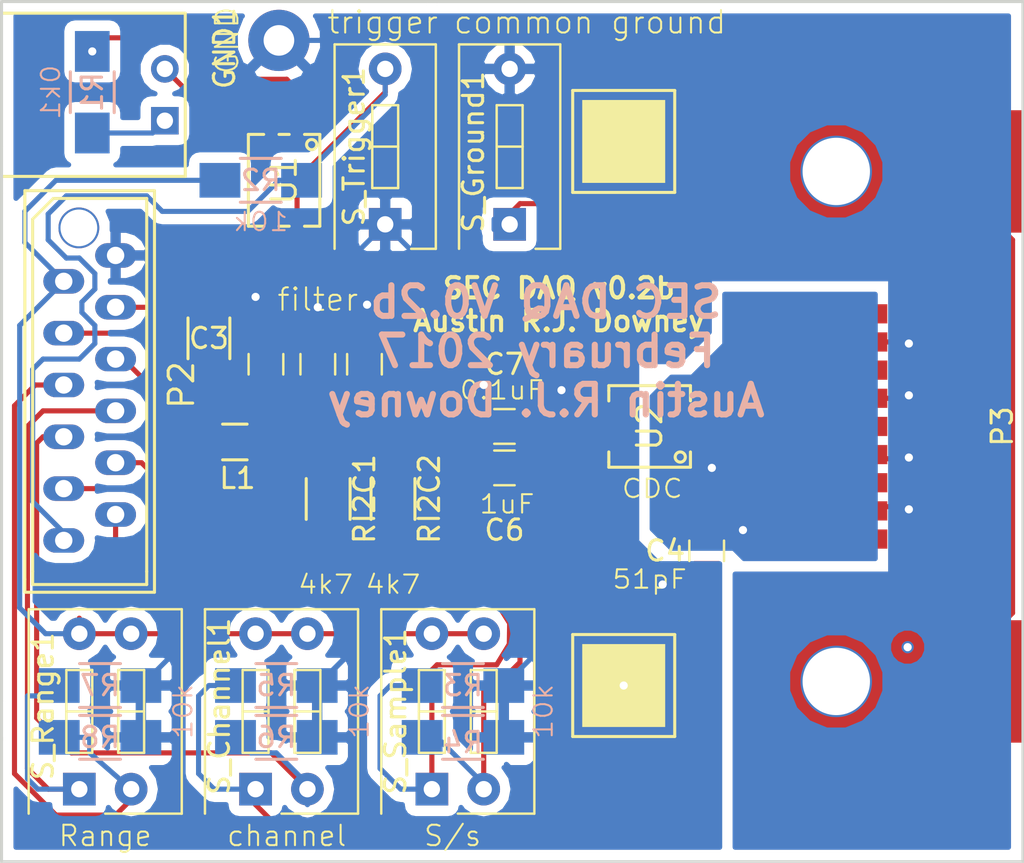
<source format=kicad_pcb>
(kicad_pcb (version 4) (host pcbnew 4.0.5)

  (general
    (links 74)
    (no_connects 0)
    (area 154.935999 69.383 206.734 128.091001)
    (thickness 1.6)
    (drawings 31)
    (tracks 322)
    (zones 0)
    (modules 31)
    (nets 23)
  )

  (page A4)
  (layers
    (0 F.Cu signal hide)
    (31 B.Cu signal hide)
    (32 B.Adhes user hide)
    (33 F.Adhes user hide)
    (34 B.Paste user hide)
    (35 F.Paste user hide)
    (36 B.SilkS user)
    (37 F.SilkS user)
    (38 B.Mask user)
    (39 F.Mask user)
    (40 Dwgs.User user hide)
    (41 Cmts.User user hide)
    (42 Eco1.User user hide)
    (43 Eco2.User user hide)
    (44 Edge.Cuts user)
    (45 Margin user hide)
    (46 B.CrtYd user hide)
    (47 F.CrtYd user hide)
    (48 B.Fab user hide)
    (49 F.Fab user hide)
  )

  (setup
    (last_trace_width 0.25)
    (trace_clearance 0.2)
    (zone_clearance 0.508)
    (zone_45_only yes)
    (trace_min 0.01)
    (segment_width 0.2)
    (edge_width 0.15)
    (via_size 0.6)
    (via_drill 0.4)
    (via_min_size 0.4)
    (via_min_drill 0.3)
    (uvia_size 0.3)
    (uvia_drill 0.1)
    (uvias_allowed no)
    (uvia_min_size 0.2)
    (uvia_min_drill 0.1)
    (pcb_text_width 0.3)
    (pcb_text_size 1.5 1.5)
    (mod_edge_width 0.15)
    (mod_text_size 1 1)
    (mod_text_width 0.15)
    (pad_size 1.5 1.25)
    (pad_drill 0)
    (pad_to_mask_clearance 0.2)
    (aux_axis_origin 0 0)
    (visible_elements 7FFCFFED)
    (pcbplotparams
      (layerselection 0x010f0_80000001)
      (usegerberextensions false)
      (excludeedgelayer true)
      (linewidth 0.100000)
      (plotframeref false)
      (viasonmask false)
      (mode 1)
      (useauxorigin false)
      (hpglpennumber 1)
      (hpglpenspeed 20)
      (hpglpendiameter 15)
      (hpglpenoverlay 2)
      (psnegative false)
      (psa4output false)
      (plotreference false)
      (plotvalue true)
      (plotinvisibletext false)
      (padsonsilk false)
      (subtractmaskfromsilk false)
      (outputformat 1)
      (mirror false)
      (drillshape 0)
      (scaleselection 1)
      (outputdirectory Gerber/sheild/))
  )

  (net 0 "")
  (net 1 +3V3)
  (net 2 GNDA)
  (net 3 "Net-(C4-Pad1)")
  (net 4 "Net-(P1-Pad1)")
  (net 5 "Net-(P1-Pad2)")
  (net 6 +5V)
  (net 7 SDA)
  (net 8 SCL)
  (net 9 "Net-(P2-Pad6)")
  (net 10 "Net-(P2-Pad7)")
  (net 11 "Net-(P2-Pad8)")
  (net 12 "Net-(P2-Pad9)")
  (net 13 "Net-(P2-Pad10)")
  (net 14 "Net-(P2-Pad11)")
  (net 15 trigger)
  (net 16 "Net-(P3-Pad10)")
  (net 17 "Net-(R1-Pad1)")
  (net 18 "Net-(U2-Pad6)")
  (net 19 "Net-(P3-Pad7)")
  (net 20 "Net-(P3-Pad5)")
  (net 21 "Net-(P3-Pad3)")
  (net 22 "Net-(P3-Pad1)")

  (net_class Default "This is the default net class."
    (clearance 0.2)
    (trace_width 0.25)
    (via_dia 0.6)
    (via_drill 0.4)
    (uvia_dia 0.3)
    (uvia_drill 0.1)
    (add_net +3V3)
    (add_net +5V)
    (add_net GNDA)
    (add_net "Net-(C4-Pad1)")
    (add_net "Net-(P1-Pad1)")
    (add_net "Net-(P1-Pad2)")
    (add_net "Net-(P2-Pad10)")
    (add_net "Net-(P2-Pad11)")
    (add_net "Net-(P2-Pad6)")
    (add_net "Net-(P2-Pad7)")
    (add_net "Net-(P2-Pad8)")
    (add_net "Net-(P2-Pad9)")
    (add_net "Net-(P3-Pad1)")
    (add_net "Net-(P3-Pad10)")
    (add_net "Net-(P3-Pad3)")
    (add_net "Net-(P3-Pad5)")
    (add_net "Net-(P3-Pad7)")
    (add_net "Net-(R1-Pad1)")
    (add_net "Net-(U2-Pad6)")
    (add_net SCL)
    (add_net SDA)
    (add_net trigger)
  )

  (module Downey:SOIC_10_FDC1004 (layer F.Cu) (tedit 588108B5) (tstamp 57FA6C2D)
    (at 187.96 106.68 90)
    (path /57FA6132)
    (fp_text reference U2 (at 0 0 270) (layer F.SilkS)
      (effects (font (size 1.2 1.2) (thickness 0.15)))
    )
    (fp_text value FDC1004custom (at 3.5 -0.1 180) (layer F.Fab)
      (effects (font (size 1.2 1.2) (thickness 0.15)))
    )
    (fp_line (start 2 2) (end 2 -2) (layer F.SilkS) (width 0.15))
    (fp_line (start 2 -2) (end 1.75 -2) (layer F.SilkS) (width 0.15))
    (fp_line (start 2 2) (end 1.75 2) (layer F.SilkS) (width 0.15))
    (fp_circle (center -1.5 1.5) (end -1.5 1.75) (layer F.SilkS) (width 0.15))
    (fp_line (start -1.25 2) (end -2 2) (layer F.SilkS) (width 0.15))
    (fp_line (start -2 2) (end -2 -2) (layer F.SilkS) (width 0.15))
    (fp_line (start -2 -2) (end -1.75 -2) (layer F.SilkS) (width 0.15))
    (fp_line (start 1.25 -2) (end 1.75 -2) (layer F.SilkS) (width 0.15))
    (fp_line (start 1.75 2) (end 1.25 2) (layer F.SilkS) (width 0.15))
    (fp_line (start -1.75 -2) (end -1.25 -2) (layer F.SilkS) (width 0.15))
    (pad 10 smd rect (at -1 -2.25 90) (size 0.27 2.5) (layers F.Cu F.Paste F.Mask)
      (net 7 SDA))
    (pad 1 smd rect (at -1 2.25 90) (size 0.27 2.5) (layers F.Cu F.Paste F.Mask)
      (net 3 "Net-(C4-Pad1)"))
    (pad 9 smd rect (at -0.5 -2.25 90) (size 0.27 2.5) (layers F.Cu F.Paste F.Mask)
      (net 8 SCL))
    (pad 2 smd rect (at -0.5 2.25 90) (size 0.27 2.5) (layers F.Cu F.Paste F.Mask)
      (net 19 "Net-(P3-Pad7)"))
    (pad 8 smd rect (at 0 -2.25 90) (size 0.27 2.5) (layers F.Cu F.Paste F.Mask)
      (net 1 +3V3))
    (pad 3 smd rect (at 0 2.25 90) (size 0.27 2.5) (layers F.Cu F.Paste F.Mask)
      (net 20 "Net-(P3-Pad5)"))
    (pad 7 smd rect (at 0.5 -2.25 90) (size 0.27 2.5) (layers F.Cu F.Paste F.Mask)
      (net 2 GNDA))
    (pad 4 smd rect (at 0.5 2.25 90) (size 0.27 2.5) (layers F.Cu F.Paste F.Mask)
      (net 21 "Net-(P3-Pad3)"))
    (pad 6 smd rect (at 1 -2.25 90) (size 0.27 2.5) (layers F.Cu F.Paste F.Mask)
      (net 18 "Net-(U2-Pad6)"))
    (pad 5 smd rect (at 1 2.25 90) (size 0.27 2.5) (layers F.Cu F.Paste F.Mask)
      (net 22 "Net-(P3-Pad1)"))
    (model /home/downey/KiKad_Libary_Downey/Downey/3D/walter/smd_dil/msoic-10.wrl
      (at (xyz 0 0 0))
      (scale (xyz 1 1 1))
      (rotate (xyz 0 0 0))
    )
  )

  (module SMD_Packages:1Pin (layer F.Cu) (tedit 5801FD5F) (tstamp 57FA8C6B)
    (at 186.69 119.38)
    (descr "module 1 pin (ou trou mecanique de percage)")
    (tags DEV)
    (path /57FAA173)
    (fp_text reference P4 (at 0 -3.50012) (layer F.SilkS) hide
      (effects (font (size 1 1) (thickness 0.15)))
    )
    (fp_text value CONN_01X01 (at 0.24892 3.74904) (layer F.Fab)
      (effects (font (size 1 1) (thickness 0.15)))
    )
    (fp_line (start -2.49936 -2.49936) (end 2.49936 -2.49936) (layer F.SilkS) (width 0.15))
    (fp_line (start 2.49936 -2.49936) (end 2.49936 2.49936) (layer F.SilkS) (width 0.15))
    (fp_line (start 2.49936 2.49936) (end -2.49936 2.49936) (layer F.SilkS) (width 0.15))
    (fp_line (start -2.49936 2.49936) (end -2.49936 -2.49936) (layer F.SilkS) (width 0.15))
    (pad 1 smd rect (at 0 0) (size 4.064 4.064) (layers F.Cu F.Paste F.SilkS F.Mask)
      (net 2 GNDA))
  )

  (module SMD_Packages:1Pin (layer F.Cu) (tedit 586D696D) (tstamp 57FA8C70)
    (at 186.69 92.71)
    (descr "module 1 pin (ou trou mecanique de percage)")
    (tags DEV)
    (path /57FAA0FE)
    (fp_text reference P5 (at 0 -3.50012) (layer F.SilkS) hide
      (effects (font (size 1 1) (thickness 0.15)))
    )
    (fp_text value CONN_01X01 (at 0.24892 3.74904) (layer F.Fab)
      (effects (font (size 1 1) (thickness 0.15)))
    )
    (fp_line (start -2.49936 -2.49936) (end 2.49936 -2.49936) (layer F.SilkS) (width 0.15))
    (fp_line (start 2.49936 -2.49936) (end 2.49936 2.49936) (layer F.SilkS) (width 0.15))
    (fp_line (start 2.49936 2.49936) (end -2.49936 2.49936) (layer F.SilkS) (width 0.15))
    (fp_line (start -2.49936 2.49936) (end -2.49936 -2.49936) (layer F.SilkS) (width 0.15))
    (pad 1 smd rect (at 0 0) (size 4.064 4.064) (layers F.Cu F.Paste F.SilkS F.Mask)
      (net 2 GNDA))
  )

  (module Capacitors_SMD:C_1206_HandSoldering (layer F.Cu) (tedit 58810AC1) (tstamp 5801EDFC)
    (at 166.37 102.362 90)
    (descr "Capacitor SMD 1206, hand soldering")
    (tags "capacitor 1206")
    (path /57FA96A1)
    (attr smd)
    (fp_text reference C3 (at 0 0 180) (layer F.SilkS)
      (effects (font (size 1 1) (thickness 0.15)))
    )
    (fp_text value 100uF (at 4.1 0.2 180) (layer F.Fab)
      (effects (font (size 1 1) (thickness 0.15)))
    )
    (fp_line (start -1.6 0.8) (end -1.6 -0.8) (layer F.Fab) (width 0.15))
    (fp_line (start 1.6 0.8) (end -1.6 0.8) (layer F.Fab) (width 0.15))
    (fp_line (start 1.6 -0.8) (end 1.6 0.8) (layer F.Fab) (width 0.15))
    (fp_line (start -1.6 -0.8) (end 1.6 -0.8) (layer F.Fab) (width 0.15))
    (fp_line (start -3.3 -1.15) (end 3.3 -1.15) (layer F.CrtYd) (width 0.05))
    (fp_line (start -3.3 1.15) (end 3.3 1.15) (layer F.CrtYd) (width 0.05))
    (fp_line (start -3.3 -1.15) (end -3.3 1.15) (layer F.CrtYd) (width 0.05))
    (fp_line (start 3.3 -1.15) (end 3.3 1.15) (layer F.CrtYd) (width 0.05))
    (fp_line (start 1 -1.025) (end -1 -1.025) (layer F.SilkS) (width 0.15))
    (fp_line (start -1 1.025) (end 1 1.025) (layer F.SilkS) (width 0.15))
    (pad 1 smd rect (at -2 0 90) (size 2 1.6) (layers F.Cu F.Paste F.Mask)
      (net 1 +3V3))
    (pad 2 smd rect (at 2 0 90) (size 2 1.6) (layers F.Cu F.Paste F.Mask)
      (net 2 GNDA))
    (model Capacitors_SMD.3dshapes/C_1206_HandSoldering.wrl
      (at (xyz 0 0 0))
      (scale (xyz 1 1 1))
      (rotate (xyz 0 0 0))
    )
  )

  (module Measurement_Points:Measurement_Point_Round-TH_Big (layer F.Cu) (tedit 58A4E2D2) (tstamp 586D61C8)
    (at 169.799 87.757)
    (descr "Mesurement Point, Round, Trough Hole,  DM 3mm, Drill 1.5mm,")
    (tags "Mesurement Point Round Trough Hole 3mm 1.5mm")
    (path /5801FC3D)
    (attr virtual)
    (fp_text reference GND1 (at -2.667 0.381 90) (layer F.SilkS)
      (effects (font (size 1 1) (thickness 0.15)))
    )
    (fp_text value TEST_1P (at 0 3) (layer F.Fab)
      (effects (font (size 1 1) (thickness 0.15)))
    )
    (fp_circle (center 0 0) (end 1.75 0) (layer F.CrtYd) (width 0.05))
    (pad 1 thru_hole circle (at 0 0) (size 3 3) (drill 1.5) (layers *.Cu *.Mask)
      (net 2 GNDA))
  )

  (module Buttons_Switches_ThroughHole:SW_DIP_x2_W7.62mm_Slide (layer F.Cu) (tedit 588107CA) (tstamp 586D6305)
    (at 168.656 124.46 90)
    (descr "2x-dip-switch, Slide, row spacing 7.62 mm (300 mils)")
    (tags "DIP Switch Slide 7.62mm 300mil")
    (path /57FA1B0F)
    (fp_text reference S_Channel1 (at 4.064 -1.778 90) (layer F.SilkS)
      (effects (font (size 1 1) (thickness 0.15)))
    )
    (fp_text value DIPS_02 (at 3.81 6.02 90) (layer F.Fab)
      (effects (font (size 1 1) (thickness 0.15)))
    )
    (fp_line (start -0.08 -2.36) (end 8.7 -2.36) (layer F.Fab) (width 0.1))
    (fp_line (start 8.7 -2.36) (end 8.7 4.9) (layer F.Fab) (width 0.1))
    (fp_line (start 8.7 4.9) (end -1.08 4.9) (layer F.Fab) (width 0.1))
    (fp_line (start -1.08 4.9) (end -1.08 -1.36) (layer F.Fab) (width 0.1))
    (fp_line (start -1.08 -1.36) (end -0.08 -2.36) (layer F.Fab) (width 0.1))
    (fp_line (start 1.78 -0.635) (end 1.78 0.635) (layer F.Fab) (width 0.1))
    (fp_line (start 1.78 0.635) (end 5.84 0.635) (layer F.Fab) (width 0.1))
    (fp_line (start 5.84 0.635) (end 5.84 -0.635) (layer F.Fab) (width 0.1))
    (fp_line (start 5.84 -0.635) (end 1.78 -0.635) (layer F.Fab) (width 0.1))
    (fp_line (start 3.81 -0.635) (end 3.81 0.635) (layer F.Fab) (width 0.1))
    (fp_line (start 1.78 1.905) (end 1.78 3.175) (layer F.Fab) (width 0.1))
    (fp_line (start 1.78 3.175) (end 5.84 3.175) (layer F.Fab) (width 0.1))
    (fp_line (start 5.84 3.175) (end 5.84 1.905) (layer F.Fab) (width 0.1))
    (fp_line (start 5.84 1.905) (end 1.78 1.905) (layer F.Fab) (width 0.1))
    (fp_line (start 3.81 1.905) (end 3.81 3.175) (layer F.Fab) (width 0.1))
    (fp_line (start -1.2 -2.48) (end 8.82 -2.48) (layer F.SilkS) (width 0.12))
    (fp_line (start 8.82 -2.48) (end 8.82 5.02) (layer F.SilkS) (width 0.12))
    (fp_line (start 8.82 5.02) (end -1.2 5.02) (layer F.SilkS) (width 0.12))
    (fp_line (start -1.2 5.02) (end -1.2 1.27) (layer F.SilkS) (width 0.12))
    (fp_line (start 1.78 -0.635) (end 1.78 0.635) (layer F.SilkS) (width 0.12))
    (fp_line (start 1.78 0.635) (end 5.84 0.635) (layer F.SilkS) (width 0.12))
    (fp_line (start 5.84 0.635) (end 5.84 -0.635) (layer F.SilkS) (width 0.12))
    (fp_line (start 5.84 -0.635) (end 1.78 -0.635) (layer F.SilkS) (width 0.12))
    (fp_line (start 3.81 -0.635) (end 3.81 0.635) (layer F.SilkS) (width 0.12))
    (fp_line (start 1.78 1.905) (end 1.78 3.175) (layer F.SilkS) (width 0.12))
    (fp_line (start 1.78 3.175) (end 5.84 3.175) (layer F.SilkS) (width 0.12))
    (fp_line (start 5.84 3.175) (end 5.84 1.905) (layer F.SilkS) (width 0.12))
    (fp_line (start 5.84 1.905) (end 1.78 1.905) (layer F.SilkS) (width 0.12))
    (fp_line (start 3.81 1.905) (end 3.81 3.175) (layer F.SilkS) (width 0.12))
    (fp_line (start -1.4 -2.7) (end -1.4 5.2) (layer F.CrtYd) (width 0.05))
    (fp_line (start -1.4 5.2) (end 9 5.2) (layer F.CrtYd) (width 0.05))
    (fp_line (start 9 5.2) (end 9 -2.7) (layer F.CrtYd) (width 0.05))
    (fp_line (start 9 -2.7) (end -1.4 -2.7) (layer F.CrtYd) (width 0.05))
    (pad 1 thru_hole rect (at 0 0 90) (size 1.6 1.6) (drill 0.8) (layers *.Cu *.Mask)
      (net 12 "Net-(P2-Pad9)"))
    (pad 3 thru_hole oval (at 7.62 2.54 90) (size 1.6 1.6) (drill 0.8) (layers *.Cu *.Mask)
      (net 6 +5V))
    (pad 2 thru_hole oval (at 0 2.54 90) (size 1.6 1.6) (drill 0.8) (layers *.Cu *.Mask)
      (net 11 "Net-(P2-Pad8)"))
    (pad 4 thru_hole oval (at 7.62 0 90) (size 1.6 1.6) (drill 0.8) (layers *.Cu *.Mask)
      (net 6 +5V))
    (model Buttons_Switches_ThroughHole.3dshapes/SW_DIP_x2_W7.62mm_Slide.wrl
      (at (xyz 0 0 0))
      (scale (xyz 1 1 1))
      (rotate (xyz 0 0 90))
    )
  )

  (module Buttons_Switches_ThroughHole:SW_DIP_x1_W7.62mm_Slide (layer F.Cu) (tedit 58810857) (tstamp 586D6322)
    (at 181.102 96.774 90)
    (descr "1x-dip-switch, Slide, row spacing 7.62 mm (300 mils)")
    (tags "DIP Switch Slide 7.62mm 300mil")
    (path /57FA3888)
    (fp_text reference S_Ground1 (at 3.556 -1.778 90) (layer F.SilkS)
      (effects (font (size 1 1) (thickness 0.15)))
    )
    (fp_text value DIPS_01 (at 3.81 3.48 90) (layer F.Fab)
      (effects (font (size 1 1) (thickness 0.15)))
    )
    (fp_line (start -0.08 -2.36) (end 8.7 -2.36) (layer F.Fab) (width 0.1))
    (fp_line (start 8.7 -2.36) (end 8.7 2.36) (layer F.Fab) (width 0.1))
    (fp_line (start 8.7 2.36) (end -1.08 2.36) (layer F.Fab) (width 0.1))
    (fp_line (start -1.08 2.36) (end -1.08 -1.36) (layer F.Fab) (width 0.1))
    (fp_line (start -1.08 -1.36) (end -0.08 -2.36) (layer F.Fab) (width 0.1))
    (fp_line (start 1.78 -0.635) (end 1.78 0.635) (layer F.Fab) (width 0.1))
    (fp_line (start 1.78 0.635) (end 5.84 0.635) (layer F.Fab) (width 0.1))
    (fp_line (start 5.84 0.635) (end 5.84 -0.635) (layer F.Fab) (width 0.1))
    (fp_line (start 5.84 -0.635) (end 1.78 -0.635) (layer F.Fab) (width 0.1))
    (fp_line (start 3.81 -0.635) (end 3.81 0.635) (layer F.Fab) (width 0.1))
    (fp_line (start -1.2 -2.48) (end 8.82 -2.48) (layer F.SilkS) (width 0.12))
    (fp_line (start 8.82 -2.48) (end 8.82 2.48) (layer F.SilkS) (width 0.12))
    (fp_line (start 8.82 2.48) (end -1.2 2.48) (layer F.SilkS) (width 0.12))
    (fp_line (start -1.2 2.48) (end -1.2 1.27) (layer F.SilkS) (width 0.12))
    (fp_line (start 1.78 -0.635) (end 1.78 0.635) (layer F.SilkS) (width 0.12))
    (fp_line (start 1.78 0.635) (end 5.84 0.635) (layer F.SilkS) (width 0.12))
    (fp_line (start 5.84 0.635) (end 5.84 -0.635) (layer F.SilkS) (width 0.12))
    (fp_line (start 5.84 -0.635) (end 1.78 -0.635) (layer F.SilkS) (width 0.12))
    (fp_line (start 3.81 -0.635) (end 3.81 0.635) (layer F.SilkS) (width 0.12))
    (fp_line (start -1.4 -2.7) (end -1.4 2.7) (layer F.CrtYd) (width 0.05))
    (fp_line (start -1.4 2.7) (end 9 2.7) (layer F.CrtYd) (width 0.05))
    (fp_line (start 9 2.7) (end 9 -2.7) (layer F.CrtYd) (width 0.05))
    (fp_line (start 9 -2.7) (end -1.4 -2.7) (layer F.CrtYd) (width 0.05))
    (pad 1 thru_hole rect (at 0 0 90) (size 1.6 1.6) (drill 0.8) (layers *.Cu *.Mask)
      (net 16 "Net-(P3-Pad10)"))
    (pad 2 thru_hole oval (at 7.62 0 90) (size 1.6 1.6) (drill 0.8) (layers *.Cu *.Mask)
      (net 2 GNDA))
    (model Buttons_Switches_ThroughHole.3dshapes/SW_DIP_x1_W7.62mm_Slide.wrl
      (at (xyz 0 0 0))
      (scale (xyz 1 1 1))
      (rotate (xyz 0 0 90))
    )
  )

  (module Buttons_Switches_ThroughHole:SW_DIP_x2_W7.62mm_Slide (layer F.Cu) (tedit 588107C7) (tstamp 586D634B)
    (at 160.02 124.46 90)
    (descr "2x-dip-switch, Slide, row spacing 7.62 mm (300 mils)")
    (tags "DIP Switch Slide 7.62mm 300mil")
    (path /57FA13E3)
    (fp_text reference S_Range1 (at 4.064 -1.778 90) (layer F.SilkS)
      (effects (font (size 1 1) (thickness 0.15)))
    )
    (fp_text value DIPS_02 (at 3.81 6.02 90) (layer F.Fab)
      (effects (font (size 1 1) (thickness 0.15)))
    )
    (fp_line (start -0.08 -2.36) (end 8.7 -2.36) (layer F.Fab) (width 0.1))
    (fp_line (start 8.7 -2.36) (end 8.7 4.9) (layer F.Fab) (width 0.1))
    (fp_line (start 8.7 4.9) (end -1.08 4.9) (layer F.Fab) (width 0.1))
    (fp_line (start -1.08 4.9) (end -1.08 -1.36) (layer F.Fab) (width 0.1))
    (fp_line (start -1.08 -1.36) (end -0.08 -2.36) (layer F.Fab) (width 0.1))
    (fp_line (start 1.78 -0.635) (end 1.78 0.635) (layer F.Fab) (width 0.1))
    (fp_line (start 1.78 0.635) (end 5.84 0.635) (layer F.Fab) (width 0.1))
    (fp_line (start 5.84 0.635) (end 5.84 -0.635) (layer F.Fab) (width 0.1))
    (fp_line (start 5.84 -0.635) (end 1.78 -0.635) (layer F.Fab) (width 0.1))
    (fp_line (start 3.81 -0.635) (end 3.81 0.635) (layer F.Fab) (width 0.1))
    (fp_line (start 1.78 1.905) (end 1.78 3.175) (layer F.Fab) (width 0.1))
    (fp_line (start 1.78 3.175) (end 5.84 3.175) (layer F.Fab) (width 0.1))
    (fp_line (start 5.84 3.175) (end 5.84 1.905) (layer F.Fab) (width 0.1))
    (fp_line (start 5.84 1.905) (end 1.78 1.905) (layer F.Fab) (width 0.1))
    (fp_line (start 3.81 1.905) (end 3.81 3.175) (layer F.Fab) (width 0.1))
    (fp_line (start -1.2 -2.48) (end 8.82 -2.48) (layer F.SilkS) (width 0.12))
    (fp_line (start 8.82 -2.48) (end 8.82 5.02) (layer F.SilkS) (width 0.12))
    (fp_line (start 8.82 5.02) (end -1.2 5.02) (layer F.SilkS) (width 0.12))
    (fp_line (start -1.2 5.02) (end -1.2 1.27) (layer F.SilkS) (width 0.12))
    (fp_line (start 1.78 -0.635) (end 1.78 0.635) (layer F.SilkS) (width 0.12))
    (fp_line (start 1.78 0.635) (end 5.84 0.635) (layer F.SilkS) (width 0.12))
    (fp_line (start 5.84 0.635) (end 5.84 -0.635) (layer F.SilkS) (width 0.12))
    (fp_line (start 5.84 -0.635) (end 1.78 -0.635) (layer F.SilkS) (width 0.12))
    (fp_line (start 3.81 -0.635) (end 3.81 0.635) (layer F.SilkS) (width 0.12))
    (fp_line (start 1.78 1.905) (end 1.78 3.175) (layer F.SilkS) (width 0.12))
    (fp_line (start 1.78 3.175) (end 5.84 3.175) (layer F.SilkS) (width 0.12))
    (fp_line (start 5.84 3.175) (end 5.84 1.905) (layer F.SilkS) (width 0.12))
    (fp_line (start 5.84 1.905) (end 1.78 1.905) (layer F.SilkS) (width 0.12))
    (fp_line (start 3.81 1.905) (end 3.81 3.175) (layer F.SilkS) (width 0.12))
    (fp_line (start -1.4 -2.7) (end -1.4 5.2) (layer F.CrtYd) (width 0.05))
    (fp_line (start -1.4 5.2) (end 9 5.2) (layer F.CrtYd) (width 0.05))
    (fp_line (start 9 5.2) (end 9 -2.7) (layer F.CrtYd) (width 0.05))
    (fp_line (start 9 -2.7) (end -1.4 -2.7) (layer F.CrtYd) (width 0.05))
    (pad 1 thru_hole rect (at 0 0 90) (size 1.6 1.6) (drill 0.8) (layers *.Cu *.Mask)
      (net 10 "Net-(P2-Pad7)"))
    (pad 3 thru_hole oval (at 7.62 2.54 90) (size 1.6 1.6) (drill 0.8) (layers *.Cu *.Mask)
      (net 6 +5V))
    (pad 2 thru_hole oval (at 0 2.54 90) (size 1.6 1.6) (drill 0.8) (layers *.Cu *.Mask)
      (net 9 "Net-(P2-Pad6)"))
    (pad 4 thru_hole oval (at 7.62 0 90) (size 1.6 1.6) (drill 0.8) (layers *.Cu *.Mask)
      (net 6 +5V))
    (model Buttons_Switches_ThroughHole.3dshapes/SW_DIP_x2_W7.62mm_Slide.wrl
      (at (xyz 0 0 0))
      (scale (xyz 1 1 1))
      (rotate (xyz 0 0 90))
    )
  )

  (module Buttons_Switches_ThroughHole:SW_DIP_x2_W7.62mm_Slide (layer F.Cu) (tedit 588107CD) (tstamp 586D6374)
    (at 177.292 124.46 90)
    (descr "2x-dip-switch, Slide, row spacing 7.62 mm (300 mils)")
    (tags "DIP Switch Slide 7.62mm 300mil")
    (path /57FA1BAD)
    (fp_text reference S_Sample1 (at 3.81 -1.778 90) (layer F.SilkS)
      (effects (font (size 1 1) (thickness 0.15)))
    )
    (fp_text value DIPS_02 (at 3.81 6.02 90) (layer F.Fab)
      (effects (font (size 1 1) (thickness 0.15)))
    )
    (fp_line (start -0.08 -2.36) (end 8.7 -2.36) (layer F.Fab) (width 0.1))
    (fp_line (start 8.7 -2.36) (end 8.7 4.9) (layer F.Fab) (width 0.1))
    (fp_line (start 8.7 4.9) (end -1.08 4.9) (layer F.Fab) (width 0.1))
    (fp_line (start -1.08 4.9) (end -1.08 -1.36) (layer F.Fab) (width 0.1))
    (fp_line (start -1.08 -1.36) (end -0.08 -2.36) (layer F.Fab) (width 0.1))
    (fp_line (start 1.78 -0.635) (end 1.78 0.635) (layer F.Fab) (width 0.1))
    (fp_line (start 1.78 0.635) (end 5.84 0.635) (layer F.Fab) (width 0.1))
    (fp_line (start 5.84 0.635) (end 5.84 -0.635) (layer F.Fab) (width 0.1))
    (fp_line (start 5.84 -0.635) (end 1.78 -0.635) (layer F.Fab) (width 0.1))
    (fp_line (start 3.81 -0.635) (end 3.81 0.635) (layer F.Fab) (width 0.1))
    (fp_line (start 1.78 1.905) (end 1.78 3.175) (layer F.Fab) (width 0.1))
    (fp_line (start 1.78 3.175) (end 5.84 3.175) (layer F.Fab) (width 0.1))
    (fp_line (start 5.84 3.175) (end 5.84 1.905) (layer F.Fab) (width 0.1))
    (fp_line (start 5.84 1.905) (end 1.78 1.905) (layer F.Fab) (width 0.1))
    (fp_line (start 3.81 1.905) (end 3.81 3.175) (layer F.Fab) (width 0.1))
    (fp_line (start -1.2 -2.48) (end 8.82 -2.48) (layer F.SilkS) (width 0.12))
    (fp_line (start 8.82 -2.48) (end 8.82 5.02) (layer F.SilkS) (width 0.12))
    (fp_line (start 8.82 5.02) (end -1.2 5.02) (layer F.SilkS) (width 0.12))
    (fp_line (start -1.2 5.02) (end -1.2 1.27) (layer F.SilkS) (width 0.12))
    (fp_line (start 1.78 -0.635) (end 1.78 0.635) (layer F.SilkS) (width 0.12))
    (fp_line (start 1.78 0.635) (end 5.84 0.635) (layer F.SilkS) (width 0.12))
    (fp_line (start 5.84 0.635) (end 5.84 -0.635) (layer F.SilkS) (width 0.12))
    (fp_line (start 5.84 -0.635) (end 1.78 -0.635) (layer F.SilkS) (width 0.12))
    (fp_line (start 3.81 -0.635) (end 3.81 0.635) (layer F.SilkS) (width 0.12))
    (fp_line (start 1.78 1.905) (end 1.78 3.175) (layer F.SilkS) (width 0.12))
    (fp_line (start 1.78 3.175) (end 5.84 3.175) (layer F.SilkS) (width 0.12))
    (fp_line (start 5.84 3.175) (end 5.84 1.905) (layer F.SilkS) (width 0.12))
    (fp_line (start 5.84 1.905) (end 1.78 1.905) (layer F.SilkS) (width 0.12))
    (fp_line (start 3.81 1.905) (end 3.81 3.175) (layer F.SilkS) (width 0.12))
    (fp_line (start -1.4 -2.7) (end -1.4 5.2) (layer F.CrtYd) (width 0.05))
    (fp_line (start -1.4 5.2) (end 9 5.2) (layer F.CrtYd) (width 0.05))
    (fp_line (start 9 5.2) (end 9 -2.7) (layer F.CrtYd) (width 0.05))
    (fp_line (start 9 -2.7) (end -1.4 -2.7) (layer F.CrtYd) (width 0.05))
    (pad 1 thru_hole rect (at 0 0 90) (size 1.6 1.6) (drill 0.8) (layers *.Cu *.Mask)
      (net 14 "Net-(P2-Pad11)"))
    (pad 3 thru_hole oval (at 7.62 2.54 90) (size 1.6 1.6) (drill 0.8) (layers *.Cu *.Mask)
      (net 6 +5V))
    (pad 2 thru_hole oval (at 0 2.54 90) (size 1.6 1.6) (drill 0.8) (layers *.Cu *.Mask)
      (net 13 "Net-(P2-Pad10)"))
    (pad 4 thru_hole oval (at 7.62 0 90) (size 1.6 1.6) (drill 0.8) (layers *.Cu *.Mask)
      (net 6 +5V))
    (model Buttons_Switches_ThroughHole.3dshapes/SW_DIP_x2_W7.62mm_Slide.wrl
      (at (xyz 0 0 0))
      (scale (xyz 1 1 1))
      (rotate (xyz 0 0 90))
    )
  )

  (module Buttons_Switches_ThroughHole:SW_DIP_x1_W7.62mm_Slide (layer F.Cu) (tedit 58810850) (tstamp 586D6391)
    (at 175.006 96.774 90)
    (descr "1x-dip-switch, Slide, row spacing 7.62 mm (300 mils)")
    (tags "DIP Switch Slide 7.62mm 300mil")
    (path /57FA3B05)
    (fp_text reference S_Trigger1 (at 3.81 -1.524 90) (layer F.SilkS)
      (effects (font (size 1 1) (thickness 0.15)))
    )
    (fp_text value DIPS_01 (at 3.81 3.48 90) (layer F.Fab)
      (effects (font (size 1 1) (thickness 0.15)))
    )
    (fp_line (start -0.08 -2.36) (end 8.7 -2.36) (layer F.Fab) (width 0.1))
    (fp_line (start 8.7 -2.36) (end 8.7 2.36) (layer F.Fab) (width 0.1))
    (fp_line (start 8.7 2.36) (end -1.08 2.36) (layer F.Fab) (width 0.1))
    (fp_line (start -1.08 2.36) (end -1.08 -1.36) (layer F.Fab) (width 0.1))
    (fp_line (start -1.08 -1.36) (end -0.08 -2.36) (layer F.Fab) (width 0.1))
    (fp_line (start 1.78 -0.635) (end 1.78 0.635) (layer F.Fab) (width 0.1))
    (fp_line (start 1.78 0.635) (end 5.84 0.635) (layer F.Fab) (width 0.1))
    (fp_line (start 5.84 0.635) (end 5.84 -0.635) (layer F.Fab) (width 0.1))
    (fp_line (start 5.84 -0.635) (end 1.78 -0.635) (layer F.Fab) (width 0.1))
    (fp_line (start 3.81 -0.635) (end 3.81 0.635) (layer F.Fab) (width 0.1))
    (fp_line (start -1.2 -2.48) (end 8.82 -2.48) (layer F.SilkS) (width 0.12))
    (fp_line (start 8.82 -2.48) (end 8.82 2.48) (layer F.SilkS) (width 0.12))
    (fp_line (start 8.82 2.48) (end -1.2 2.48) (layer F.SilkS) (width 0.12))
    (fp_line (start -1.2 2.48) (end -1.2 1.27) (layer F.SilkS) (width 0.12))
    (fp_line (start 1.78 -0.635) (end 1.78 0.635) (layer F.SilkS) (width 0.12))
    (fp_line (start 1.78 0.635) (end 5.84 0.635) (layer F.SilkS) (width 0.12))
    (fp_line (start 5.84 0.635) (end 5.84 -0.635) (layer F.SilkS) (width 0.12))
    (fp_line (start 5.84 -0.635) (end 1.78 -0.635) (layer F.SilkS) (width 0.12))
    (fp_line (start 3.81 -0.635) (end 3.81 0.635) (layer F.SilkS) (width 0.12))
    (fp_line (start -1.4 -2.7) (end -1.4 2.7) (layer F.CrtYd) (width 0.05))
    (fp_line (start -1.4 2.7) (end 9 2.7) (layer F.CrtYd) (width 0.05))
    (fp_line (start 9 2.7) (end 9 -2.7) (layer F.CrtYd) (width 0.05))
    (fp_line (start 9 -2.7) (end -1.4 -2.7) (layer F.CrtYd) (width 0.05))
    (pad 1 thru_hole rect (at 0 0 90) (size 1.6 1.6) (drill 0.8) (layers *.Cu *.Mask)
      (net 2 GNDA))
    (pad 2 thru_hole oval (at 7.62 0 90) (size 1.6 1.6) (drill 0.8) (layers *.Cu *.Mask)
      (net 15 trigger))
    (model Buttons_Switches_ThroughHole.3dshapes/SW_DIP_x1_W7.62mm_Slide.wrl
      (at (xyz 0 0 0))
      (scale (xyz 1 1 1))
      (rotate (xyz 0 0 90))
    )
  )

  (module Resistors_SMD:R_1206_HandSoldering (layer B.Cu) (tedit 58A4DFE7) (tstamp 587F9741)
    (at 160.655 90.297 270)
    (descr "Resistor SMD 1206, hand soldering")
    (tags "resistor 1206")
    (path /57FA0735)
    (attr smd)
    (fp_text reference R1 (at 0 0 270) (layer B.SilkS)
      (effects (font (size 1 1) (thickness 0.15)) (justify mirror))
    )
    (fp_text value 0k1 (at 0 -2.3 270) (layer B.Fab)
      (effects (font (size 1 1) (thickness 0.15)) (justify mirror))
    )
    (fp_line (start -1.6 -0.8) (end -1.6 0.8) (layer B.Fab) (width 0.1))
    (fp_line (start 1.6 -0.8) (end -1.6 -0.8) (layer B.Fab) (width 0.1))
    (fp_line (start 1.6 0.8) (end 1.6 -0.8) (layer B.Fab) (width 0.1))
    (fp_line (start -1.6 0.8) (end 1.6 0.8) (layer B.Fab) (width 0.1))
    (fp_line (start -3.3 1.2) (end 3.3 1.2) (layer B.CrtYd) (width 0.05))
    (fp_line (start -3.3 -1.2) (end 3.3 -1.2) (layer B.CrtYd) (width 0.05))
    (fp_line (start -3.3 1.2) (end -3.3 -1.2) (layer B.CrtYd) (width 0.05))
    (fp_line (start 3.3 1.2) (end 3.3 -1.2) (layer B.CrtYd) (width 0.05))
    (fp_line (start 1 -1.075) (end -1 -1.075) (layer B.SilkS) (width 0.15))
    (fp_line (start -1 1.075) (end 1 1.075) (layer B.SilkS) (width 0.15))
    (pad 1 smd rect (at -2 0 270) (size 2 1.7) (layers B.Cu B.Paste B.Mask)
      (net 17 "Net-(R1-Pad1)"))
    (pad 2 smd rect (at 2 0 270) (size 2 1.7) (layers B.Cu B.Paste B.Mask)
      (net 5 "Net-(P1-Pad2)"))
    (model Resistors_SMD.3dshapes/R_1206_HandSoldering.wrl
      (at (xyz 0 0 0))
      (scale (xyz 1 1 1))
      (rotate (xyz 0 0 0))
    )
  )

  (module Resistors_SMD:R_1206_HandSoldering (layer B.Cu) (tedit 58810AC8) (tstamp 587F9746)
    (at 168.91 94.615)
    (descr "Resistor SMD 1206, hand soldering")
    (tags "resistor 1206")
    (path /57FA0A56)
    (attr smd)
    (fp_text reference R2 (at 0 0) (layer B.SilkS)
      (effects (font (size 1 1) (thickness 0.15)) (justify mirror))
    )
    (fp_text value 10k (at 0 -2.3) (layer B.Fab)
      (effects (font (size 1 1) (thickness 0.15)) (justify mirror))
    )
    (fp_line (start -1.6 -0.8) (end -1.6 0.8) (layer B.Fab) (width 0.1))
    (fp_line (start 1.6 -0.8) (end -1.6 -0.8) (layer B.Fab) (width 0.1))
    (fp_line (start 1.6 0.8) (end 1.6 -0.8) (layer B.Fab) (width 0.1))
    (fp_line (start -1.6 0.8) (end 1.6 0.8) (layer B.Fab) (width 0.1))
    (fp_line (start -3.3 1.2) (end 3.3 1.2) (layer B.CrtYd) (width 0.05))
    (fp_line (start -3.3 -1.2) (end 3.3 -1.2) (layer B.CrtYd) (width 0.05))
    (fp_line (start -3.3 1.2) (end -3.3 -1.2) (layer B.CrtYd) (width 0.05))
    (fp_line (start 3.3 1.2) (end 3.3 -1.2) (layer B.CrtYd) (width 0.05))
    (fp_line (start 1 -1.075) (end -1 -1.075) (layer B.SilkS) (width 0.15))
    (fp_line (start -1 1.075) (end 1 1.075) (layer B.SilkS) (width 0.15))
    (pad 1 smd rect (at -2 0) (size 2 1.7) (layers B.Cu B.Paste B.Mask)
      (net 6 +5V))
    (pad 2 smd rect (at 2 0) (size 2 1.7) (layers B.Cu B.Paste B.Mask)
      (net 15 trigger))
    (model Resistors_SMD.3dshapes/R_1206_HandSoldering.wrl
      (at (xyz 0 0 0))
      (scale (xyz 1 1 1))
      (rotate (xyz 0 0 0))
    )
  )

  (module Resistors_SMD:R_1206_HandSoldering (layer B.Cu) (tedit 58810ADF) (tstamp 587F9750)
    (at 178.816 121.92)
    (descr "Resistor SMD 1206, hand soldering")
    (tags "resistor 1206")
    (path /57FA2141)
    (attr smd)
    (fp_text reference R4 (at 0 0.254) (layer B.SilkS)
      (effects (font (size 1 1) (thickness 0.15)) (justify mirror))
    )
    (fp_text value 10k (at 0 -2.3) (layer B.Fab)
      (effects (font (size 1 1) (thickness 0.15)) (justify mirror))
    )
    (fp_line (start -1.6 -0.8) (end -1.6 0.8) (layer B.Fab) (width 0.1))
    (fp_line (start 1.6 -0.8) (end -1.6 -0.8) (layer B.Fab) (width 0.1))
    (fp_line (start 1.6 0.8) (end 1.6 -0.8) (layer B.Fab) (width 0.1))
    (fp_line (start -1.6 0.8) (end 1.6 0.8) (layer B.Fab) (width 0.1))
    (fp_line (start -3.3 1.2) (end 3.3 1.2) (layer B.CrtYd) (width 0.05))
    (fp_line (start -3.3 -1.2) (end 3.3 -1.2) (layer B.CrtYd) (width 0.05))
    (fp_line (start -3.3 1.2) (end -3.3 -1.2) (layer B.CrtYd) (width 0.05))
    (fp_line (start 3.3 1.2) (end 3.3 -1.2) (layer B.CrtYd) (width 0.05))
    (fp_line (start 1 -1.075) (end -1 -1.075) (layer B.SilkS) (width 0.15))
    (fp_line (start -1 1.075) (end 1 1.075) (layer B.SilkS) (width 0.15))
    (pad 1 smd rect (at -2 0) (size 2 1.7) (layers B.Cu B.Paste B.Mask)
      (net 13 "Net-(P2-Pad10)"))
    (pad 2 smd rect (at 2 0) (size 2 1.7) (layers B.Cu B.Paste B.Mask)
      (net 2 GNDA))
    (model Resistors_SMD.3dshapes/R_1206_HandSoldering.wrl
      (at (xyz 0 0 0))
      (scale (xyz 1 1 1))
      (rotate (xyz 0 0 0))
    )
  )

  (module Resistors_SMD:R_1206_HandSoldering (layer B.Cu) (tedit 58810ADC) (tstamp 587F9755)
    (at 169.672 119.38)
    (descr "Resistor SMD 1206, hand soldering")
    (tags "resistor 1206")
    (path /57FA20F1)
    (attr smd)
    (fp_text reference R5 (at 0 0) (layer B.SilkS)
      (effects (font (size 1 1) (thickness 0.15)) (justify mirror))
    )
    (fp_text value 10k (at 0 -2.3) (layer B.Fab)
      (effects (font (size 1 1) (thickness 0.15)) (justify mirror))
    )
    (fp_line (start -1.6 -0.8) (end -1.6 0.8) (layer B.Fab) (width 0.1))
    (fp_line (start 1.6 -0.8) (end -1.6 -0.8) (layer B.Fab) (width 0.1))
    (fp_line (start 1.6 0.8) (end 1.6 -0.8) (layer B.Fab) (width 0.1))
    (fp_line (start -1.6 0.8) (end 1.6 0.8) (layer B.Fab) (width 0.1))
    (fp_line (start -3.3 1.2) (end 3.3 1.2) (layer B.CrtYd) (width 0.05))
    (fp_line (start -3.3 -1.2) (end 3.3 -1.2) (layer B.CrtYd) (width 0.05))
    (fp_line (start -3.3 1.2) (end -3.3 -1.2) (layer B.CrtYd) (width 0.05))
    (fp_line (start 3.3 1.2) (end 3.3 -1.2) (layer B.CrtYd) (width 0.05))
    (fp_line (start 1 -1.075) (end -1 -1.075) (layer B.SilkS) (width 0.15))
    (fp_line (start -1 1.075) (end 1 1.075) (layer B.SilkS) (width 0.15))
    (pad 1 smd rect (at -2 0) (size 2 1.7) (layers B.Cu B.Paste B.Mask)
      (net 12 "Net-(P2-Pad9)"))
    (pad 2 smd rect (at 2 0) (size 2 1.7) (layers B.Cu B.Paste B.Mask)
      (net 2 GNDA))
    (model Resistors_SMD.3dshapes/R_1206_HandSoldering.wrl
      (at (xyz 0 0 0))
      (scale (xyz 1 1 1))
      (rotate (xyz 0 0 0))
    )
  )

  (module Resistors_SMD:R_1206_HandSoldering (layer B.Cu) (tedit 58810AD7) (tstamp 587F975A)
    (at 169.672 121.92)
    (descr "Resistor SMD 1206, hand soldering")
    (tags "resistor 1206")
    (path /57FA20A4)
    (attr smd)
    (fp_text reference R6 (at 0 0) (layer B.SilkS)
      (effects (font (size 1 1) (thickness 0.15)) (justify mirror))
    )
    (fp_text value 10k (at 0 -2.3) (layer B.Fab)
      (effects (font (size 1 1) (thickness 0.15)) (justify mirror))
    )
    (fp_line (start -1.6 -0.8) (end -1.6 0.8) (layer B.Fab) (width 0.1))
    (fp_line (start 1.6 -0.8) (end -1.6 -0.8) (layer B.Fab) (width 0.1))
    (fp_line (start 1.6 0.8) (end 1.6 -0.8) (layer B.Fab) (width 0.1))
    (fp_line (start -1.6 0.8) (end 1.6 0.8) (layer B.Fab) (width 0.1))
    (fp_line (start -3.3 1.2) (end 3.3 1.2) (layer B.CrtYd) (width 0.05))
    (fp_line (start -3.3 -1.2) (end 3.3 -1.2) (layer B.CrtYd) (width 0.05))
    (fp_line (start -3.3 1.2) (end -3.3 -1.2) (layer B.CrtYd) (width 0.05))
    (fp_line (start 3.3 1.2) (end 3.3 -1.2) (layer B.CrtYd) (width 0.05))
    (fp_line (start 1 -1.075) (end -1 -1.075) (layer B.SilkS) (width 0.15))
    (fp_line (start -1 1.075) (end 1 1.075) (layer B.SilkS) (width 0.15))
    (pad 1 smd rect (at -2 0) (size 2 1.7) (layers B.Cu B.Paste B.Mask)
      (net 11 "Net-(P2-Pad8)"))
    (pad 2 smd rect (at 2 0) (size 2 1.7) (layers B.Cu B.Paste B.Mask)
      (net 2 GNDA))
    (model Resistors_SMD.3dshapes/R_1206_HandSoldering.wrl
      (at (xyz 0 0 0))
      (scale (xyz 1 1 1))
      (rotate (xyz 0 0 0))
    )
  )

  (module Resistors_SMD:R_1206_HandSoldering (layer B.Cu) (tedit 58810AD3) (tstamp 587F975F)
    (at 161.036 119.38)
    (descr "Resistor SMD 1206, hand soldering")
    (tags "resistor 1206")
    (path /57FA1675)
    (attr smd)
    (fp_text reference R7 (at 0 0) (layer B.SilkS)
      (effects (font (size 1 1) (thickness 0.15)) (justify mirror))
    )
    (fp_text value 10k (at 0 -2.3) (layer B.Fab)
      (effects (font (size 1 1) (thickness 0.15)) (justify mirror))
    )
    (fp_line (start -1.6 -0.8) (end -1.6 0.8) (layer B.Fab) (width 0.1))
    (fp_line (start 1.6 -0.8) (end -1.6 -0.8) (layer B.Fab) (width 0.1))
    (fp_line (start 1.6 0.8) (end 1.6 -0.8) (layer B.Fab) (width 0.1))
    (fp_line (start -1.6 0.8) (end 1.6 0.8) (layer B.Fab) (width 0.1))
    (fp_line (start -3.3 1.2) (end 3.3 1.2) (layer B.CrtYd) (width 0.05))
    (fp_line (start -3.3 -1.2) (end 3.3 -1.2) (layer B.CrtYd) (width 0.05))
    (fp_line (start -3.3 1.2) (end -3.3 -1.2) (layer B.CrtYd) (width 0.05))
    (fp_line (start 3.3 1.2) (end 3.3 -1.2) (layer B.CrtYd) (width 0.05))
    (fp_line (start 1 -1.075) (end -1 -1.075) (layer B.SilkS) (width 0.15))
    (fp_line (start -1 1.075) (end 1 1.075) (layer B.SilkS) (width 0.15))
    (pad 1 smd rect (at -2 0) (size 2 1.7) (layers B.Cu B.Paste B.Mask)
      (net 10 "Net-(P2-Pad7)"))
    (pad 2 smd rect (at 2 0) (size 2 1.7) (layers B.Cu B.Paste B.Mask)
      (net 2 GNDA))
    (model Resistors_SMD.3dshapes/R_1206_HandSoldering.wrl
      (at (xyz 0 0 0))
      (scale (xyz 1 1 1))
      (rotate (xyz 0 0 0))
    )
  )

  (module Resistors_SMD:R_1206_HandSoldering (layer B.Cu) (tedit 58810AD0) (tstamp 587F9764)
    (at 161.036 121.92)
    (descr "Resistor SMD 1206, hand soldering")
    (tags "resistor 1206")
    (path /57FA16D4)
    (attr smd)
    (fp_text reference R8 (at 0 0) (layer B.SilkS)
      (effects (font (size 1 1) (thickness 0.15)) (justify mirror))
    )
    (fp_text value 10k (at 0 -2.3) (layer B.Fab)
      (effects (font (size 1 1) (thickness 0.15)) (justify mirror))
    )
    (fp_line (start -1.6 -0.8) (end -1.6 0.8) (layer B.Fab) (width 0.1))
    (fp_line (start 1.6 -0.8) (end -1.6 -0.8) (layer B.Fab) (width 0.1))
    (fp_line (start 1.6 0.8) (end 1.6 -0.8) (layer B.Fab) (width 0.1))
    (fp_line (start -1.6 0.8) (end 1.6 0.8) (layer B.Fab) (width 0.1))
    (fp_line (start -3.3 1.2) (end 3.3 1.2) (layer B.CrtYd) (width 0.05))
    (fp_line (start -3.3 -1.2) (end 3.3 -1.2) (layer B.CrtYd) (width 0.05))
    (fp_line (start -3.3 1.2) (end -3.3 -1.2) (layer B.CrtYd) (width 0.05))
    (fp_line (start 3.3 1.2) (end 3.3 -1.2) (layer B.CrtYd) (width 0.05))
    (fp_line (start 1 -1.075) (end -1 -1.075) (layer B.SilkS) (width 0.15))
    (fp_line (start -1 1.075) (end 1 1.075) (layer B.SilkS) (width 0.15))
    (pad 1 smd rect (at -2 0) (size 2 1.7) (layers B.Cu B.Paste B.Mask)
      (net 9 "Net-(P2-Pad6)"))
    (pad 2 smd rect (at 2 0) (size 2 1.7) (layers B.Cu B.Paste B.Mask)
      (net 2 GNDA))
    (model Resistors_SMD.3dshapes/R_1206_HandSoldering.wrl
      (at (xyz 0 0 0))
      (scale (xyz 1 1 1))
      (rotate (xyz 0 0 0))
    )
  )

  (module Resistors_SMD:R_1206_HandSoldering (layer F.Cu) (tedit 58810AE5) (tstamp 587F9769)
    (at 172.212 110.236 270)
    (descr "Resistor SMD 1206, hand soldering")
    (tags "resistor 1206")
    (path /57FA72A6)
    (attr smd)
    (fp_text reference RI2C1 (at 0 -1.778 270) (layer F.SilkS)
      (effects (font (size 1 1) (thickness 0.15)))
    )
    (fp_text value 4k7 (at 0 2.3 270) (layer F.Fab)
      (effects (font (size 1 1) (thickness 0.15)))
    )
    (fp_line (start -1.6 0.8) (end -1.6 -0.8) (layer F.Fab) (width 0.1))
    (fp_line (start 1.6 0.8) (end -1.6 0.8) (layer F.Fab) (width 0.1))
    (fp_line (start 1.6 -0.8) (end 1.6 0.8) (layer F.Fab) (width 0.1))
    (fp_line (start -1.6 -0.8) (end 1.6 -0.8) (layer F.Fab) (width 0.1))
    (fp_line (start -3.3 -1.2) (end 3.3 -1.2) (layer F.CrtYd) (width 0.05))
    (fp_line (start -3.3 1.2) (end 3.3 1.2) (layer F.CrtYd) (width 0.05))
    (fp_line (start -3.3 -1.2) (end -3.3 1.2) (layer F.CrtYd) (width 0.05))
    (fp_line (start 3.3 -1.2) (end 3.3 1.2) (layer F.CrtYd) (width 0.05))
    (fp_line (start 1 1.075) (end -1 1.075) (layer F.SilkS) (width 0.15))
    (fp_line (start -1 -1.075) (end 1 -1.075) (layer F.SilkS) (width 0.15))
    (pad 1 smd rect (at -2 0 270) (size 2 1.7) (layers F.Cu F.Paste F.Mask)
      (net 1 +3V3))
    (pad 2 smd rect (at 2 0 270) (size 2 1.7) (layers F.Cu F.Paste F.Mask)
      (net 7 SDA))
    (model Resistors_SMD.3dshapes/R_1206_HandSoldering.wrl
      (at (xyz 0 0 0))
      (scale (xyz 1 1 1))
      (rotate (xyz 0 0 0))
    )
  )

  (module Resistors_SMD:R_1206_HandSoldering (layer F.Cu) (tedit 58810AE7) (tstamp 587F976E)
    (at 175.387 110.236 270)
    (descr "Resistor SMD 1206, hand soldering")
    (tags "resistor 1206")
    (path /57FA7321)
    (attr smd)
    (fp_text reference RI2C2 (at 0 -1.778 270) (layer F.SilkS)
      (effects (font (size 1 1) (thickness 0.15)))
    )
    (fp_text value 4k7 (at 0 2.3 270) (layer F.Fab)
      (effects (font (size 1 1) (thickness 0.15)))
    )
    (fp_line (start -1.6 0.8) (end -1.6 -0.8) (layer F.Fab) (width 0.1))
    (fp_line (start 1.6 0.8) (end -1.6 0.8) (layer F.Fab) (width 0.1))
    (fp_line (start 1.6 -0.8) (end 1.6 0.8) (layer F.Fab) (width 0.1))
    (fp_line (start -1.6 -0.8) (end 1.6 -0.8) (layer F.Fab) (width 0.1))
    (fp_line (start -3.3 -1.2) (end 3.3 -1.2) (layer F.CrtYd) (width 0.05))
    (fp_line (start -3.3 1.2) (end 3.3 1.2) (layer F.CrtYd) (width 0.05))
    (fp_line (start -3.3 -1.2) (end -3.3 1.2) (layer F.CrtYd) (width 0.05))
    (fp_line (start 3.3 -1.2) (end 3.3 1.2) (layer F.CrtYd) (width 0.05))
    (fp_line (start 1 1.075) (end -1 1.075) (layer F.SilkS) (width 0.15))
    (fp_line (start -1 -1.075) (end 1 -1.075) (layer F.SilkS) (width 0.15))
    (pad 1 smd rect (at -2 0 270) (size 2 1.7) (layers F.Cu F.Paste F.Mask)
      (net 1 +3V3))
    (pad 2 smd rect (at 2 0 270) (size 2 1.7) (layers F.Cu F.Paste F.Mask)
      (net 8 SCL))
    (model Resistors_SMD.3dshapes/R_1206_HandSoldering.wrl
      (at (xyz 0 0 0))
      (scale (xyz 1 1 1))
      (rotate (xyz 0 0 0))
    )
  )

  (module Resistors_SMD:R_1206_HandSoldering (layer B.Cu) (tedit 589029AA) (tstamp 587F9CC4)
    (at 178.816 119.38)
    (descr "Resistor SMD 1206, hand soldering")
    (tags "resistor 1206")
    (path /57FA222C)
    (attr smd)
    (fp_text reference R3 (at 0 0) (layer B.SilkS)
      (effects (font (size 1 1) (thickness 0.15)) (justify mirror))
    )
    (fp_text value 10k (at 0 -2.3) (layer B.Fab)
      (effects (font (size 1 1) (thickness 0.15)) (justify mirror))
    )
    (fp_line (start -1.6 -0.8) (end -1.6 0.8) (layer B.Fab) (width 0.1))
    (fp_line (start 1.6 -0.8) (end -1.6 -0.8) (layer B.Fab) (width 0.1))
    (fp_line (start 1.6 0.8) (end 1.6 -0.8) (layer B.Fab) (width 0.1))
    (fp_line (start -1.6 0.8) (end 1.6 0.8) (layer B.Fab) (width 0.1))
    (fp_line (start -3.3 1.2) (end 3.3 1.2) (layer B.CrtYd) (width 0.05))
    (fp_line (start -3.3 -1.2) (end 3.3 -1.2) (layer B.CrtYd) (width 0.05))
    (fp_line (start -3.3 1.2) (end -3.3 -1.2) (layer B.CrtYd) (width 0.05))
    (fp_line (start 3.3 1.2) (end 3.3 -1.2) (layer B.CrtYd) (width 0.05))
    (fp_line (start 1 -1.075) (end -1 -1.075) (layer B.SilkS) (width 0.15))
    (fp_line (start -1 1.075) (end 1 1.075) (layer B.SilkS) (width 0.15))
    (pad 1 smd rect (at -2 0) (size 2 1.7) (layers B.Cu B.Paste B.Mask)
      (net 14 "Net-(P2-Pad11)"))
    (pad 2 smd rect (at 2 0) (size 2 1.7) (layers B.Cu B.Paste B.Mask)
      (net 2 GNDA))
    (model Resistors_SMD.3dshapes/R_1206_HandSoldering.wrl
      (at (xyz 0 0 0))
      (scale (xyz 1 1 1))
      (rotate (xyz 0 0 0))
    )
  )

  (module Capacitors_SMD:C_0805_HandSoldering (layer F.Cu) (tedit 58A4E506) (tstamp 587F9DCC)
    (at 171.704 103.632 90)
    (descr "Capacitor SMD 0805, hand soldering")
    (tags "capacitor 0805")
    (path /57FAB003)
    (attr smd)
    (fp_text reference C1 (at 3.048 0 180) (layer F.SilkS) hide
      (effects (font (size 1 1) (thickness 0.15)))
    )
    (fp_text value 1uF (at 0 2.1 90) (layer F.Fab)
      (effects (font (size 1 1) (thickness 0.15)))
    )
    (fp_line (start -1 0.625) (end -1 -0.625) (layer F.Fab) (width 0.1))
    (fp_line (start 1 0.625) (end -1 0.625) (layer F.Fab) (width 0.1))
    (fp_line (start 1 -0.625) (end 1 0.625) (layer F.Fab) (width 0.1))
    (fp_line (start -1 -0.625) (end 1 -0.625) (layer F.Fab) (width 0.1))
    (fp_line (start -2.3 -1) (end 2.3 -1) (layer F.CrtYd) (width 0.05))
    (fp_line (start -2.3 1) (end 2.3 1) (layer F.CrtYd) (width 0.05))
    (fp_line (start -2.3 -1) (end -2.3 1) (layer F.CrtYd) (width 0.05))
    (fp_line (start 2.3 -1) (end 2.3 1) (layer F.CrtYd) (width 0.05))
    (fp_line (start 0.5 -0.85) (end -0.5 -0.85) (layer F.SilkS) (width 0.12))
    (fp_line (start -0.5 0.85) (end 0.5 0.85) (layer F.SilkS) (width 0.12))
    (pad 1 smd rect (at -1.25 0 90) (size 1.5 1.25) (layers F.Cu F.Paste F.Mask)
      (net 1 +3V3))
    (pad 2 smd rect (at 1.25 0 90) (size 1.5 1.25) (layers F.Cu F.Paste F.Mask)
      (net 2 GNDA))
    (model Capacitors_SMD.3dshapes/C_0805_HandSoldering.wrl
      (at (xyz 0 0 0))
      (scale (xyz 1 1 1))
      (rotate (xyz 0 0 0))
    )
  )

  (module Capacitors_SMD:C_0805_HandSoldering (layer F.Cu) (tedit 58A4E509) (tstamp 587F9DD1)
    (at 173.99 103.632 90)
    (descr "Capacitor SMD 0805, hand soldering")
    (tags "capacitor 0805")
    (path /57FAB325)
    (attr smd)
    (fp_text reference C2 (at 3.048 0 180) (layer F.SilkS) hide
      (effects (font (size 1 1) (thickness 0.15)))
    )
    (fp_text value 0.1uF (at 0 2.1 90) (layer F.Fab)
      (effects (font (size 1 1) (thickness 0.15)))
    )
    (fp_line (start -1 0.625) (end -1 -0.625) (layer F.Fab) (width 0.1))
    (fp_line (start 1 0.625) (end -1 0.625) (layer F.Fab) (width 0.1))
    (fp_line (start 1 -0.625) (end 1 0.625) (layer F.Fab) (width 0.1))
    (fp_line (start -1 -0.625) (end 1 -0.625) (layer F.Fab) (width 0.1))
    (fp_line (start -2.3 -1) (end 2.3 -1) (layer F.CrtYd) (width 0.05))
    (fp_line (start -2.3 1) (end 2.3 1) (layer F.CrtYd) (width 0.05))
    (fp_line (start -2.3 -1) (end -2.3 1) (layer F.CrtYd) (width 0.05))
    (fp_line (start 2.3 -1) (end 2.3 1) (layer F.CrtYd) (width 0.05))
    (fp_line (start 0.5 -0.85) (end -0.5 -0.85) (layer F.SilkS) (width 0.12))
    (fp_line (start -0.5 0.85) (end 0.5 0.85) (layer F.SilkS) (width 0.12))
    (pad 1 smd rect (at -1.25 0 90) (size 1.5 1.25) (layers F.Cu F.Paste F.Mask)
      (net 1 +3V3))
    (pad 2 smd rect (at 1.25 0 90) (size 1.5 1.25) (layers F.Cu F.Paste F.Mask)
      (net 2 GNDA))
    (model Capacitors_SMD.3dshapes/C_0805_HandSoldering.wrl
      (at (xyz 0 0 0))
      (scale (xyz 1 1 1))
      (rotate (xyz 0 0 0))
    )
  )

  (module Capacitors_SMD:C_0805_HandSoldering (layer F.Cu) (tedit 58903621) (tstamp 587F9DD6)
    (at 190.754 112.776 270)
    (descr "Capacitor SMD 0805, hand soldering")
    (tags "capacitor 0805")
    (path /57FABCA3)
    (attr smd)
    (fp_text reference C4 (at 0 2.032 360) (layer F.SilkS)
      (effects (font (size 1 1) (thickness 0.15)))
    )
    (fp_text value 51pF (at -1.905 2.667 360) (layer F.Fab)
      (effects (font (size 1 1) (thickness 0.15)))
    )
    (fp_line (start -1 0.625) (end -1 -0.625) (layer F.Fab) (width 0.1))
    (fp_line (start 1 0.625) (end -1 0.625) (layer F.Fab) (width 0.1))
    (fp_line (start 1 -0.625) (end 1 0.625) (layer F.Fab) (width 0.1))
    (fp_line (start -1 -0.625) (end 1 -0.625) (layer F.Fab) (width 0.1))
    (fp_line (start -2.3 -1) (end 2.3 -1) (layer F.CrtYd) (width 0.05))
    (fp_line (start -2.3 1) (end 2.3 1) (layer F.CrtYd) (width 0.05))
    (fp_line (start -2.3 -1) (end -2.3 1) (layer F.CrtYd) (width 0.05))
    (fp_line (start 2.3 -1) (end 2.3 1) (layer F.CrtYd) (width 0.05))
    (fp_line (start 0.5 -0.85) (end -0.5 -0.85) (layer F.SilkS) (width 0.12))
    (fp_line (start -0.5 0.85) (end 0.5 0.85) (layer F.SilkS) (width 0.12))
    (pad 1 smd rect (at -1.25 0 270) (size 1.5 1.25) (layers F.Cu F.Paste F.Mask)
      (net 3 "Net-(C4-Pad1)"))
    (pad 2 smd rect (at 1.25 0 270) (size 1.5 1.25) (layers F.Cu F.Paste F.Mask)
      (net 2 GNDA))
    (model Capacitors_SMD.3dshapes/C_0805_HandSoldering.wrl
      (at (xyz 0 0 0))
      (scale (xyz 1 1 1))
      (rotate (xyz 0 0 0))
    )
  )

  (module Capacitors_SMD:C_0805_HandSoldering (layer F.Cu) (tedit 58A4E4F6) (tstamp 587F9DDB)
    (at 169.164 103.632 90)
    (descr "Capacitor SMD 0805, hand soldering")
    (tags "capacitor 0805")
    (path /57FA9701)
    (attr smd)
    (fp_text reference C5 (at 3.048 0 180) (layer F.SilkS) hide
      (effects (font (size 1 1) (thickness 0.15)))
    )
    (fp_text value 10uF (at 0 2.1 90) (layer F.Fab)
      (effects (font (size 1 1) (thickness 0.15)))
    )
    (fp_line (start -1 0.625) (end -1 -0.625) (layer F.Fab) (width 0.1))
    (fp_line (start 1 0.625) (end -1 0.625) (layer F.Fab) (width 0.1))
    (fp_line (start 1 -0.625) (end 1 0.625) (layer F.Fab) (width 0.1))
    (fp_line (start -1 -0.625) (end 1 -0.625) (layer F.Fab) (width 0.1))
    (fp_line (start -2.3 -1) (end 2.3 -1) (layer F.CrtYd) (width 0.05))
    (fp_line (start -2.3 1) (end 2.3 1) (layer F.CrtYd) (width 0.05))
    (fp_line (start -2.3 -1) (end -2.3 1) (layer F.CrtYd) (width 0.05))
    (fp_line (start 2.3 -1) (end 2.3 1) (layer F.CrtYd) (width 0.05))
    (fp_line (start 0.5 -0.85) (end -0.5 -0.85) (layer F.SilkS) (width 0.12))
    (fp_line (start -0.5 0.85) (end 0.5 0.85) (layer F.SilkS) (width 0.12))
    (pad 1 smd rect (at -1.25 0 90) (size 1.5 1.25) (layers F.Cu F.Paste F.Mask)
      (net 1 +3V3))
    (pad 2 smd rect (at 1.25 0 90) (size 1.5 1.25) (layers F.Cu F.Paste F.Mask)
      (net 2 GNDA))
    (model Capacitors_SMD.3dshapes/C_0805_HandSoldering.wrl
      (at (xyz 0 0 0))
      (scale (xyz 1 1 1))
      (rotate (xyz 0 0 0))
    )
  )

  (module Capacitors_SMD:C_0805_HandSoldering (layer F.Cu) (tedit 5892EEE0) (tstamp 587F9DE0)
    (at 180.848 108.712 180)
    (descr "Capacitor SMD 0805, hand soldering")
    (tags "capacitor 0805")
    (path /57FA977B)
    (attr smd)
    (fp_text reference C6 (at 0 -3.048 180) (layer F.SilkS)
      (effects (font (size 1 1) (thickness 0.15)))
    )
    (fp_text value 1uF (at 0.254 -4.191 180) (layer F.Fab)
      (effects (font (size 1 1) (thickness 0.15)))
    )
    (fp_line (start -1 0.625) (end -1 -0.625) (layer F.Fab) (width 0.1))
    (fp_line (start 1 0.625) (end -1 0.625) (layer F.Fab) (width 0.1))
    (fp_line (start 1 -0.625) (end 1 0.625) (layer F.Fab) (width 0.1))
    (fp_line (start -1 -0.625) (end 1 -0.625) (layer F.Fab) (width 0.1))
    (fp_line (start -2.3 -1) (end 2.3 -1) (layer F.CrtYd) (width 0.05))
    (fp_line (start -2.3 1) (end 2.3 1) (layer F.CrtYd) (width 0.05))
    (fp_line (start -2.3 -1) (end -2.3 1) (layer F.CrtYd) (width 0.05))
    (fp_line (start 2.3 -1) (end 2.3 1) (layer F.CrtYd) (width 0.05))
    (fp_line (start 0.5 -0.85) (end -0.5 -0.85) (layer F.SilkS) (width 0.12))
    (fp_line (start -0.5 0.85) (end 0.5 0.85) (layer F.SilkS) (width 0.12))
    (pad 1 smd rect (at -1.25 0 180) (size 1.5 1.25) (layers F.Cu F.Paste F.Mask)
      (net 1 +3V3))
    (pad 2 smd rect (at 1.25 0 180) (size 1.5 1.25) (layers F.Cu F.Paste F.Mask)
      (net 2 GNDA))
    (model Capacitors_SMD.3dshapes/C_0805_HandSoldering.wrl
      (at (xyz 0 0 0))
      (scale (xyz 1 1 1))
      (rotate (xyz 0 0 0))
    )
  )

  (module Capacitors_SMD:C_0805_HandSoldering (layer F.Cu) (tedit 5892EEEB) (tstamp 587F9DE5)
    (at 180.848 106.68 180)
    (descr "Capacitor SMD 0805, hand soldering")
    (tags "capacitor 0805")
    (path /57FA97DE)
    (attr smd)
    (fp_text reference C7 (at 0 3.048 180) (layer F.SilkS)
      (effects (font (size 1 1) (thickness 0.15)))
    )
    (fp_text value 0.1uF (at -0.254 1.778 180) (layer F.Fab)
      (effects (font (size 1 1) (thickness 0.15)))
    )
    (fp_line (start -1 0.625) (end -1 -0.625) (layer F.Fab) (width 0.1))
    (fp_line (start 1 0.625) (end -1 0.625) (layer F.Fab) (width 0.1))
    (fp_line (start 1 -0.625) (end 1 0.625) (layer F.Fab) (width 0.1))
    (fp_line (start -1 -0.625) (end 1 -0.625) (layer F.Fab) (width 0.1))
    (fp_line (start -2.3 -1) (end 2.3 -1) (layer F.CrtYd) (width 0.05))
    (fp_line (start -2.3 1) (end 2.3 1) (layer F.CrtYd) (width 0.05))
    (fp_line (start -2.3 -1) (end -2.3 1) (layer F.CrtYd) (width 0.05))
    (fp_line (start 2.3 -1) (end 2.3 1) (layer F.CrtYd) (width 0.05))
    (fp_line (start 0.5 -0.85) (end -0.5 -0.85) (layer F.SilkS) (width 0.12))
    (fp_line (start -0.5 0.85) (end 0.5 0.85) (layer F.SilkS) (width 0.12))
    (pad 1 smd rect (at -1.25 0 180) (size 1.5 1.25) (layers F.Cu F.Paste F.Mask)
      (net 1 +3V3))
    (pad 2 smd rect (at 1.25 0 180) (size 1.5 1.25) (layers F.Cu F.Paste F.Mask)
      (net 2 GNDA))
    (model Capacitors_SMD.3dshapes/C_0805_HandSoldering.wrl
      (at (xyz 0 0 0))
      (scale (xyz 1 1 1))
      (rotate (xyz 0 0 0))
    )
  )

  (module Resistors_SMD:R_0805_HandSoldering (layer F.Cu) (tedit 589035DE) (tstamp 587F9ECA)
    (at 167.64 107.442)
    (descr "Resistor SMD 0805, hand soldering")
    (tags "resistor 0805")
    (path /57FA9608)
    (attr smd)
    (fp_text reference L1 (at 0.127 1.778) (layer F.SilkS)
      (effects (font (size 1 1) (thickness 0.15)))
    )
    (fp_text value 1uH (at 0 2.1) (layer F.Fab)
      (effects (font (size 1 1) (thickness 0.15)))
    )
    (fp_line (start -1 0.625) (end -1 -0.625) (layer F.Fab) (width 0.1))
    (fp_line (start 1 0.625) (end -1 0.625) (layer F.Fab) (width 0.1))
    (fp_line (start 1 -0.625) (end 1 0.625) (layer F.Fab) (width 0.1))
    (fp_line (start -1 -0.625) (end 1 -0.625) (layer F.Fab) (width 0.1))
    (fp_line (start -2.4 -1) (end 2.4 -1) (layer F.CrtYd) (width 0.05))
    (fp_line (start -2.4 1) (end 2.4 1) (layer F.CrtYd) (width 0.05))
    (fp_line (start -2.4 -1) (end -2.4 1) (layer F.CrtYd) (width 0.05))
    (fp_line (start 2.4 -1) (end 2.4 1) (layer F.CrtYd) (width 0.05))
    (fp_line (start 0.6 0.875) (end -0.6 0.875) (layer F.SilkS) (width 0.15))
    (fp_line (start -0.6 -0.875) (end 0.6 -0.875) (layer F.SilkS) (width 0.15))
    (pad 1 smd rect (at -1.35 0) (size 1.5 1.3) (layers F.Cu F.Paste F.Mask)
      (net 1 +3V3))
    (pad 2 smd rect (at 1.35 0) (size 1.5 1.3) (layers F.Cu F.Paste F.Mask)
      (net 1 +3V3))
    (model Resistors_SMD.3dshapes/R_0805_HandSoldering.wrl
      (at (xyz 0 0 0))
      (scale (xyz 1 1 1))
      (rotate (xyz 0 0 0))
    )
  )

  (module Downey:DSUB-9_surface_mount (layer F.Cu) (tedit 58801995) (tstamp 58801A92)
    (at 197.104 106.68 90)
    (descr "Connecteur DB9 male encarte")
    (tags "CONN DB9")
    (path /57FA3DE5)
    (fp_text reference P3 (at 0 8.128 270) (layer F.SilkS)
      (effects (font (size 1 1) (thickness 0.15)))
    )
    (fp_text value CONN_01X10 (at 0 5.588 270) (layer F.Fab)
      (effects (font (size 1 1) (thickness 0.15)))
    )
    (fp_line (start -9.271 9.271) (end 9.144 9.271) (layer F.SilkS) (width 0.15))
    (pad 10 smd rect (at -12.5 2.58 90) (size 6 13.7) (layers F.Cu F.Paste F.Mask)
      (net 16 "Net-(P3-Pad10)"))
    (pad 3 connect rect (at 2.76 -0.5 90) (size 0.94 6) (layers F.Cu F.Mask)
      (net 21 "Net-(P3-Pad3)"))
    (pad 2 connect rect (at 4.14 -0.5 90) (size 0.94 6) (layers F.Cu F.Mask)
      (net 2 GNDA))
    (pad 4 connect rect (at 1.38 -0.5 90) (size 0.94 6) (layers F.Cu F.Mask)
      (net 2 GNDA))
    (pad 5 connect rect (at 0 -0.5 90) (size 0.94 6) (layers F.Cu F.Mask)
      (net 20 "Net-(P3-Pad5)"))
    (pad 1 connect rect (at 5.52 -0.5 90) (size 0.94 6) (layers F.Cu F.Mask)
      (net 22 "Net-(P3-Pad1)"))
    (pad 9 connect rect (at -5.52 -0.5 90) (size 0.94 6) (layers F.Cu F.Mask)
      (net 3 "Net-(C4-Pad1)"))
    (pad 8 connect rect (at -4.14 -0.5 90) (size 0.94 6) (layers F.Cu F.Mask)
      (net 2 GNDA))
    (pad 7 connect rect (at -2.76 -0.5 90) (size 0.94 6) (layers F.Cu F.Mask)
      (net 19 "Net-(P3-Pad7)"))
    (pad 6 connect rect (at -1.38 -0.5 90) (size 0.94 6) (layers F.Cu F.Mask)
      (net 2 GNDA))
    (pad 10 smd rect (at 12.5 2.58 90) (size 6 13.7) (layers F.Cu F.Paste F.Mask)
      (net 16 "Net-(P3-Pad10)"))
    (pad 10 thru_hole circle (at 12.5 0 90) (size 3.5 3.5) (drill 3.3) (layers *.Cu *.Mask)
      (net 16 "Net-(P3-Pad10)"))
    (pad 10 thru_hole circle (at -12.5 0 90) (size 3.5 3.5) (drill 3.3) (layers *.Cu *.Mask)
      (net 16 "Net-(P3-Pad10)"))
    (model Connect.3dshapes/DB9M_CI.wrl
      (at (xyz 0 0 -0.033))
      (scale (xyz 1 1 1))
      (rotate (xyz 90 180 0))
    )
  )

  (module Downey:EL3H7 (layer F.Cu) (tedit 58A2BFE7) (tstamp 57FA6C15)
    (at 170.053 94.615 180)
    (path /57FAE758)
    (fp_text reference U1 (at 0 0 270) (layer F.SilkS)
      (effects (font (size 1.2 1.2) (thickness 0.15)))
    )
    (fp_text value EL3H7 (at 3 0 270) (layer F.Fab)
      (effects (font (size 1.2 1.2) (thickness 0.15)))
    )
    (fp_circle (center -1.35 1.75) (end -1.1 1.75) (layer F.SilkS) (width 0.15))
    (fp_line (start 0.25 -2.25) (end -0.25 -2.25) (layer F.SilkS) (width 0.15))
    (fp_line (start 1 2.25) (end 1.5 2.25) (layer F.SilkS) (width 0.15))
    (fp_line (start 1.5 2.25) (end 1.75 2.25) (layer F.SilkS) (width 0.15))
    (fp_line (start 1.75 2.25) (end 1.75 -2.25) (layer F.SilkS) (width 0.15))
    (fp_line (start 1.75 -2.25) (end 1 -2.25) (layer F.SilkS) (width 0.15))
    (fp_line (start -0.25 2.25) (end 0.25 2.25) (layer F.SilkS) (width 0.15))
    (fp_line (start -1 -2.25) (end -1.75 -2.25) (layer F.SilkS) (width 0.15))
    (fp_line (start -1.75 -2.25) (end -1.75 2.25) (layer F.SilkS) (width 0.15))
    (fp_line (start -1.75 2.25) (end -1 2.25) (layer F.SilkS) (width 0.15))
    (pad 4 smd rect (at -0.635 -3.175 180) (size 0.6 2.5) (layers F.Cu F.Paste F.Mask)
      (net 15 trigger))
    (pad 1 smd rect (at -0.635 3.2385 180) (size 0.6 2.5) (layers F.Cu F.Paste F.Mask)
      (net 17 "Net-(R1-Pad1)"))
    (pad 3 smd rect (at 0.635 -3.175 180) (size 0.6 2.5) (layers F.Cu F.Paste F.Mask)
      (net 2 GNDA))
    (pad 2 smd rect (at 0.635 3.2385 180) (size 0.6 2.5) (layers F.Cu F.Paste F.Mask)
      (net 4 "Net-(P1-Pad1)"))
    (model /home/downey/KiKad_Libary_Downey/Downey/3D/walter/smd_dil/mfp-4.wrl
      (at (xyz 0 0 0))
      (scale (xyz 1 1 1))
      (rotate (xyz 0 0 0))
    )
  )

  (module Downey:special_Header_Straight_1x02_Pitch2.52mm (layer F.Cu) (tedit 58A4DC97) (tstamp 57FA6ABA)
    (at 164.211 90.424 90)
    (descr "Through hole pin header, 1x02, 2.00mm pitch, single row")
    (tags "pin header single row")
    (path /57FA0621)
    (fp_text reference P1 (at 20.066 19.558 180) (layer F.SilkS) hide
      (effects (font (size 1 1) (thickness 0.15)))
    )
    (fp_text value CONN_01X02 (at 0 -3.81 180) (layer F.Fab)
      (effects (font (size 1 1) (thickness 0.15)))
    )
    (fp_line (start 4 1) (end 4 -9) (layer F.SilkS) (width 0.15))
    (fp_line (start -4 1) (end -4 -9) (layer F.SilkS) (width 0.15))
    (fp_line (start -4 1) (end 4 1) (layer F.SilkS) (width 0.15))
    (pad 2 thru_hole rect (at -1.27 0 90) (size 1.35 1.35) (drill 0.8) (layers *.Cu *.Mask)
      (net 5 "Net-(P1-Pad2)"))
    (pad 1 thru_hole circle (at 1.27 0 90) (size 1.35 1.35) (drill 0.8) (layers *.Cu *.Mask)
      (net 4 "Net-(P1-Pad1)"))
    (model Pin_Headers.3dshapes/Pin_Header_Straight_1x02_Pitch2.00mm.wrl
      (at (xyz 0 0 0))
      (scale (xyz 1 1 1))
      (rotate (xyz 0 0 0))
    )
  )

  (module Downey:3M_12POS_ribbon_conn (layer F.Cu) (tedit 58A4DF9C) (tstamp 57FA6AD4)
    (at 160.528 104.648 270)
    (path /57F9FFFE)
    (fp_text reference P2 (at 0 -4.5 270) (layer F.SilkS)
      (effects (font (size 1.2 1.2) (thickness 0.15)))
    )
    (fp_text value CONN_01X12 (at 2.25 4 270) (layer F.Fab)
      (effects (font (size 1.2 1.2) (thickness 0.15)))
    )
    (fp_line (start 9.525 3.175) (end 10.16 3.175) (layer F.SilkS) (width 0.15))
    (fp_line (start 9.144 2.794) (end 9.779 2.794) (layer F.SilkS) (width 0.15))
    (fp_line (start 9.144 -2.794) (end 9.779 -2.794) (layer F.SilkS) (width 0.15))
    (fp_line (start 9.525 -3.175) (end 10.16 -3.175) (layer F.SilkS) (width 0.15))
    (fp_line (start 9.779 2.794) (end 9.779 -2.794) (layer F.SilkS) (width 0.15))
    (fp_line (start 9.144 -2.794) (end -9.144 -2.794) (layer F.SilkS) (width 0.15))
    (fp_line (start -8.128 2.794) (end 9.144 2.794) (layer F.SilkS) (width 0.15))
    (fp_line (start -9.144 1.778) (end -8.128 2.794) (layer F.SilkS) (width 0.15))
    (fp_line (start -9.144 -2.794) (end -9.144 1.778) (layer F.SilkS) (width 0.15))
    (fp_line (start -9.525 -3.175) (end -9.525 3.175) (layer F.SilkS) (width 0.15))
    (fp_line (start -9.525 3.175) (end 9.525 3.175) (layer F.SilkS) (width 0.15))
    (fp_line (start 10.16 3.175) (end 10.16 -3.175) (layer F.SilkS) (width 0.15))
    (fp_line (start -9.525 -3.175) (end 9.525 -3.175) (layer F.SilkS) (width 0.15))
    (pad 1 thru_hole oval (at -6.35 -1.27 270) (size 1.2 2) (drill 0.85) (layers *.Cu *.Mask)
      (net 2 GNDA))
    (pad 2 thru_hole oval (at -5.08 1.27 270) (size 1.2 2) (drill 0.85) (layers *.Cu *.Mask)
      (net 6 +5V))
    (pad 3 thru_hole oval (at -3.81 -1.27 270) (size 1.2 2) (drill 0.85) (layers *.Cu *.Mask)
      (net 1 +3V3))
    (pad 4 thru_hole oval (at -2.54 1.27 270) (size 1.2 2) (drill 0.85) (layers *.Cu *.Mask)
      (net 8 SCL))
    (pad 5 thru_hole oval (at -1.27 -1.27 270) (size 1.2 2) (drill 0.85) (layers *.Cu *.Mask)
      (net 7 SDA))
    (pad 6 thru_hole oval (at 0 1.27 270) (size 1.2 2) (drill 0.85) (layers *.Cu *.Mask)
      (net 9 "Net-(P2-Pad6)"))
    (pad 7 thru_hole oval (at 1.27 -1.27 270) (size 1.2 2) (drill 0.85) (layers *.Cu *.Mask)
      (net 10 "Net-(P2-Pad7)"))
    (pad 8 thru_hole oval (at 2.54 1.27 270) (size 1.2 2) (drill 0.85) (layers *.Cu *.Mask)
      (net 11 "Net-(P2-Pad8)"))
    (pad 9 thru_hole oval (at 3.81 -1.27 270) (size 1.2 2) (drill 0.85) (layers *.Cu *.Mask)
      (net 12 "Net-(P2-Pad9)"))
    (pad 10 thru_hole oval (at 5.08 1.27 270) (size 1.2 2) (drill 0.85) (layers *.Cu *.Mask)
      (net 13 "Net-(P2-Pad10)"))
    (pad 11 thru_hole oval (at 6.35 -1.27 270) (size 1.2 2) (drill 0.85) (layers *.Cu *.Mask)
      (net 14 "Net-(P2-Pad11)"))
    (pad 12 thru_hole oval (at 7.62 1.27 270) (size 1.2 2) (drill 0.85) (layers *.Cu *.Mask)
      (net 15 trigger))
    (pad "" np_thru_hole circle (at -7.7 0.53 270) (size 2 2) (drill 1.8) (layers *.Cu *.Mask))
  )

  (gr_text GND (at 167.259 87.757 90) (layer F.SilkS)
    (effects (font (size 1.1 1.1) (thickness 0.1)))
  )
  (gr_text "CDC\n" (at 188.087 109.728) (layer F.SilkS)
    (effects (font (size 0.9 1) (thickness 0.1)))
  )
  (gr_text filter (at 171.704 100.457) (layer F.SilkS)
    (effects (font (size 1.1 1.1) (thickness 0.1)))
  )
  (gr_line (start 156.21 120.142) (end 156.21 122.047) (angle 90) (layer Edge.Cuts) (width 0.15))
  (gr_line (start 156.21 92.964) (end 156.21 95.25) (angle 90) (layer Edge.Cuts) (width 0.15))
  (gr_line (start 177.038 85.852) (end 177.546 85.852) (angle 90) (layer Edge.Cuts) (width 0.15))
  (gr_text "10k\n" (at 168.91 96.647) (layer B.SilkS)
    (effects (font (size 0.9 1) (thickness 0.1)) (justify mirror))
  )
  (gr_text "10k\n" (at 182.753 120.65 90) (layer B.SilkS)
    (effects (font (size 0.9 1) (thickness 0.1)))
  )
  (gr_text "10k\n" (at 173.736 120.65 90) (layer B.SilkS)
    (effects (font (size 0.9 1) (thickness 0.1)))
  )
  (gr_text "10k\n" (at 165.1 120.65 90) (layer B.SilkS)
    (effects (font (size 0.9 1) (thickness 0.1)))
  )
  (gr_text 0k1 (at 158.623 90.297 90) (layer B.SilkS)
    (effects (font (size 0.9 1) (thickness 0.1)) (justify mirror))
  )
  (gr_text 4k7 (at 175.387 114.427) (layer F.SilkS)
    (effects (font (size 0.9 1) (thickness 0.1)))
  )
  (gr_text 4k7 (at 172.085 114.427) (layer F.SilkS)
    (effects (font (size 0.9 1) (thickness 0.1)))
  )
  (gr_text 0.1uF (at 180.721 104.902) (layer F.SilkS)
    (effects (font (size 0.9 1) (thickness 0.1)))
  )
  (gr_text 1uF (at 180.975 110.49) (layer F.SilkS)
    (effects (font (size 0.9 1) (thickness 0.1)))
  )
  (gr_text 51pF (at 187.96 114.173) (layer F.SilkS)
    (effects (font (size 0.9 1) (thickness 0.1)))
  )
  (gr_line (start 177.546 85.852) (end 206.248 85.852) (angle 90) (layer Edge.Cuts) (width 0.15))
  (gr_line (start 156.21 85.852) (end 177.038 85.852) (angle 90) (layer Edge.Cuts) (width 0.15))
  (gr_text "common ground\n" (at 185.039 86.868) (layer F.SilkS)
    (effects (font (size 1.1 1.1) (thickness 0.1)))
  )
  (gr_text trigger (at 174.879 86.868) (layer F.SilkS)
    (effects (font (size 1.1 1.1) (thickness 0.1)))
  )
  (gr_text S/s (at 178.308 126.746) (layer F.SilkS)
    (effects (font (size 1 1) (thickness 0.1)))
  )
  (gr_text channel (at 170.18 126.746) (layer F.SilkS)
    (effects (font (size 1 1) (thickness 0.1)))
  )
  (gr_text Range (at 161.29 126.746) (layer F.SilkS)
    (effects (font (size 1 1) (thickness 0.1)))
  )
  (gr_line (start 156.21 85.852) (end 156.21 92.964) (angle 90) (layer Edge.Cuts) (width 0.15))
  (gr_line (start 206.248 128.016) (end 206.248 87.63) (angle 90) (layer Edge.Cuts) (width 0.15))
  (gr_line (start 156.21 128.016) (end 206.248 128.016) (angle 90) (layer Edge.Cuts) (width 0.15))
  (gr_line (start 156.21 121.92) (end 156.21 128.016) (angle 90) (layer Edge.Cuts) (width 0.15))
  (gr_line (start 206.248 87.63) (end 206.248 85.852) (angle 90) (layer Edge.Cuts) (width 0.15))
  (gr_line (start 156.21 95.25) (end 156.21 120.142) (angle 90) (layer Edge.Cuts) (width 0.15))
  (gr_text "SEC DAQ v0.2b\nAustin R.J. Downey\n" (at 183.515 100.711) (layer F.SilkS)
    (effects (font (size 1 1) (thickness 0.2)))
  )
  (gr_text "SEC DAQ V0.2b\nFebruary 2017\nAustin R.J. Downey\n" (at 182.88 102.997) (layer B.SilkS)
    (effects (font (size 1.5 1.5) (thickness 0.3)) (justify mirror))
  )

  (segment (start 161.798 100.838) (end 164.719 100.838) (width 0.25) (layer F.Cu) (net 1))
  (segment (start 165.1 103.092) (end 166.37 104.362) (width 0.25) (layer F.Cu) (net 1) (tstamp 5892C32C))
  (segment (start 165.1 101.219) (end 165.1 103.092) (width 0.25) (layer F.Cu) (net 1) (tstamp 5892C32A))
  (segment (start 164.719 100.838) (end 165.1 101.219) (width 0.25) (layer F.Cu) (net 1) (tstamp 5892C329))
  (segment (start 175.387 108.236) (end 176.181 108.236) (width 0.25) (layer F.Cu) (net 1) (status 30))
  (segment (start 176.181 108.236) (end 178.181 110.236) (width 0.25) (layer F.Cu) (net 1) (tstamp 58902ED4) (status 10))
  (segment (start 180.574 110.236) (end 182.098 108.712) (width 0.25) (layer F.Cu) (net 1) (tstamp 58902ED7) (status 20))
  (segment (start 178.181 110.236) (end 180.574 110.236) (width 0.25) (layer F.Cu) (net 1) (tstamp 58902ED5))
  (segment (start 172.212 108.236) (end 175.387 108.236) (width 0.25) (layer F.Cu) (net 1) (status 30))
  (segment (start 173.99 104.882) (end 173.99 106.839) (width 0.25) (layer F.Cu) (net 1) (status 10))
  (segment (start 173.99 106.839) (end 175.387 108.236) (width 0.25) (layer F.Cu) (net 1) (tstamp 58902ECE) (status 20))
  (segment (start 171.704 104.882) (end 173.99 104.882) (width 0.25) (layer F.Cu) (net 1) (status 30))
  (segment (start 169.164 104.882) (end 171.704 104.882) (width 0.25) (layer F.Cu) (net 1) (status 30))
  (segment (start 168.99 107.442) (end 166.29 107.442) (width 0.25) (layer F.Cu) (net 1) (status 30))
  (segment (start 166.29 107.442) (end 166.29 104.442) (width 0.25) (layer F.Cu) (net 1) (status 30))
  (segment (start 166.29 104.442) (end 166.37 104.362) (width 0.25) (layer F.Cu) (net 1) (tstamp 5880F0CD) (status 30))
  (segment (start 173.736 105.136) (end 173.482 104.882) (width 0.25) (layer F.Cu) (net 1) (tstamp 5880F0C7) (status 30))
  (segment (start 169.164 104.882) (end 168.99 105.056) (width 0.25) (layer F.Cu) (net 1) (tstamp 5880F0C9) (status 30))
  (segment (start 168.99 105.056) (end 168.99 107.442) (width 0.25) (layer F.Cu) (net 1) (tstamp 5880F0CA) (status 30))
  (segment (start 182.098 106.68) (end 185.71 106.68) (width 0.25) (layer F.Cu) (net 1) (status 30))
  (segment (start 182.098 108.712) (end 182.098 106.68) (width 0.25) (layer F.Cu) (net 1) (tstamp 5880F0BF) (status 30))
  (segment (start 169.799 87.757) (end 171.831 87.757) (width 0.25) (layer B.Cu) (net 2))
  (segment (start 177.8 90.932) (end 175.006 93.726) (width 0.25) (layer B.Cu) (net 2) (tstamp 58A4E398))
  (segment (start 177.8 88.138) (end 177.8 90.932) (width 0.25) (layer B.Cu) (net 2) (tstamp 58A4E393))
  (segment (start 176.911 87.249) (end 177.8 88.138) (width 0.25) (layer B.Cu) (net 2) (tstamp 58A4E38C))
  (segment (start 172.339 87.249) (end 176.911 87.249) (width 0.25) (layer B.Cu) (net 2) (tstamp 58A4E389))
  (segment (start 171.831 87.757) (end 172.339 87.249) (width 0.25) (layer B.Cu) (net 2) (tstamp 58A4E386))
  (segment (start 175.006 93.726) (end 175.006 96.774) (width 0.25) (layer B.Cu) (net 2) (tstamp 58A4E39D))
  (segment (start 169.418 97.79) (end 169.418 99.568) (width 0.25) (layer F.Cu) (net 2))
  (segment (start 169.418 99.568) (end 168.656 100.33) (width 0.25) (layer F.Cu) (net 2) (tstamp 58A4E144))
  (segment (start 161.798 98.298) (end 173.482 98.298) (width 0.25) (layer B.Cu) (net 2))
  (segment (start 173.482 98.298) (end 175.006 96.774) (width 0.25) (layer B.Cu) (net 2) (tstamp 5892C33F))
  (segment (start 188.595 114.427) (end 185.293 111.125) (width 0.25) (layer B.Cu) (net 2))
  (segment (start 185.293 106.553) (end 183.642 104.902) (width 0.25) (layer B.Cu) (net 2) (tstamp 58903081))
  (segment (start 185.293 111.125) (end 185.293 106.553) (width 0.25) (layer B.Cu) (net 2) (tstamp 5890307F))
  (segment (start 200.66 102.616) (end 200.66 99.568) (width 0.25) (layer B.Cu) (net 2))
  (segment (start 176.784 98.552) (end 175.006 96.774) (width 0.25) (layer B.Cu) (net 2) (tstamp 58903066) (status 20))
  (segment (start 199.644 98.552) (end 176.784 98.552) (width 0.25) (layer B.Cu) (net 2) (tstamp 58903064))
  (segment (start 200.66 99.568) (end 199.644 98.552) (width 0.25) (layer B.Cu) (net 2) (tstamp 58903062))
  (segment (start 186.69 119.38) (end 186.69 116.332) (width 0.25) (layer B.Cu) (net 2))
  (segment (start 188.996 114.026) (end 190.754 114.026) (width 0.25) (layer F.Cu) (net 2) (tstamp 5890305C) (status 20))
  (segment (start 188.595 114.427) (end 188.996 114.026) (width 0.25) (layer F.Cu) (net 2) (tstamp 5890305B))
  (via (at 188.595 114.427) (size 0.6) (drill 0.4) (layers F.Cu B.Cu) (net 2))
  (segment (start 186.69 116.332) (end 188.595 114.427) (width 0.25) (layer B.Cu) (net 2) (tstamp 58903056))
  (via (at 186.69 119.38) (size 0.6) (drill 0.4) (layers F.Cu B.Cu) (net 2) (status 30))
  (segment (start 186.69 119.38) (end 180.816 119.38) (width 0.25) (layer B.Cu) (net 2) (tstamp 58903031) (status 20))
  (segment (start 179.832 104.648) (end 178.054 104.648) (width 0.25) (layer B.Cu) (net 2))
  (segment (start 178.054 104.648) (end 174.117 100.711) (width 0.25) (layer B.Cu) (net 2) (tstamp 58903017))
  (segment (start 173.99 102.382) (end 173.99 100.838) (width 0.25) (layer F.Cu) (net 2) (status 10))
  (segment (start 173.99 100.838) (end 174.117 100.711) (width 0.25) (layer F.Cu) (net 2) (tstamp 58902FF5))
  (via (at 174.117 100.711) (size 0.6) (drill 0.4) (layers F.Cu B.Cu) (net 2))
  (segment (start 175.006 99.822) (end 175.006 96.774) (width 0.25) (layer B.Cu) (net 2) (tstamp 58902FF9) (status 20))
  (segment (start 174.117 100.711) (end 175.006 99.822) (width 0.25) (layer B.Cu) (net 2) (tstamp 58902FF8))
  (segment (start 171.704 102.382) (end 173.99 102.382) (width 0.25) (layer F.Cu) (net 2) (status 30))
  (segment (start 171.672 119.38) (end 171.704 119.38) (width 0.25) (layer B.Cu) (net 2) (status 30))
  (segment (start 171.704 119.38) (end 174.752 116.332) (width 0.25) (layer B.Cu) (net 2) (tstamp 58902B2B) (status 10))
  (segment (start 174.752 116.332) (end 174.752 115.062) (width 0.25) (layer B.Cu) (net 2) (tstamp 58902B2C))
  (segment (start 174.752 115.062) (end 175.26 114.554) (width 0.25) (layer B.Cu) (net 2) (tstamp 58902B2D))
  (segment (start 175.26 114.554) (end 182.118 114.554) (width 0.25) (layer B.Cu) (net 2) (tstamp 58902B30))
  (segment (start 182.118 114.554) (end 182.626 115.062) (width 0.25) (layer B.Cu) (net 2) (tstamp 58902B31))
  (segment (start 182.626 115.062) (end 182.626 117.57) (width 0.25) (layer B.Cu) (net 2) (tstamp 58902B33))
  (segment (start 182.626 117.57) (end 180.816 119.38) (width 0.25) (layer B.Cu) (net 2) (tstamp 58902B34) (status 20))
  (segment (start 180.816 119.38) (end 180.816 118.904) (width 0.25) (layer B.Cu) (net 2) (status 30))
  (segment (start 171.672 118.904) (end 171.672 119.38) (width 0.25) (layer B.Cu) (net 2) (tstamp 58902B26) (status 30))
  (segment (start 163.036 119.38) (end 163.068 119.38) (width 0.25) (layer B.Cu) (net 2) (status 30))
  (segment (start 163.068 119.38) (end 166.624 115.824) (width 0.25) (layer B.Cu) (net 2) (tstamp 58902B0E) (status 10))
  (segment (start 173.482 117.57) (end 171.672 119.38) (width 0.25) (layer B.Cu) (net 2) (tstamp 58902B16) (status 20))
  (segment (start 173.482 115.824) (end 173.482 117.57) (width 0.25) (layer B.Cu) (net 2) (tstamp 58902B15))
  (segment (start 172.72 115.062) (end 173.482 115.824) (width 0.25) (layer B.Cu) (net 2) (tstamp 58902B13))
  (segment (start 167.132 115.062) (end 172.72 115.062) (width 0.25) (layer B.Cu) (net 2) (tstamp 58902B12))
  (segment (start 166.624 115.57) (end 167.132 115.062) (width 0.25) (layer B.Cu) (net 2) (tstamp 58902B11))
  (segment (start 166.624 115.824) (end 166.624 115.57) (width 0.25) (layer B.Cu) (net 2) (tstamp 58902B0F))
  (segment (start 180.816 121.92) (end 180.816 119.38) (width 0.25) (layer B.Cu) (net 2) (status 30))
  (segment (start 171.672 121.92) (end 171.672 119.38) (width 0.25) (layer B.Cu) (net 2) (status 30))
  (segment (start 163.036 121.92) (end 163.036 119.38) (width 0.25) (layer B.Cu) (net 2) (status 30))
  (segment (start 175.006 96.774) (end 175.006 93.726) (width 0.25) (layer B.Cu) (net 2) (status 10))
  (segment (start 175.006 93.726) (end 179.578 89.154) (width 0.25) (layer B.Cu) (net 2) (tstamp 5890289A))
  (segment (start 179.578 89.154) (end 181.102 89.154) (width 0.25) (layer B.Cu) (net 2) (tstamp 5890289C) (status 20))
  (segment (start 186.69 92.71) (end 186.69 90.932) (width 0.25) (layer F.Cu) (net 2) (status 30))
  (segment (start 186.69 90.932) (end 184.912 89.154) (width 0.25) (layer F.Cu) (net 2) (tstamp 58902887) (status 10))
  (segment (start 184.912 89.154) (end 181.102 89.154) (width 0.25) (layer F.Cu) (net 2) (tstamp 58902889) (status 20))
  (segment (start 186.69 119.38) (end 186.69 117.348) (width 0.25) (layer F.Cu) (net 2) (status 30))
  (segment (start 195.834 110.82) (end 200.482 110.566) (width 0.25) (layer F.Cu) (net 2) (status 10))
  (segment (start 200.66 110.744) (end 200.66 108.204) (width 0.25) (layer B.Cu) (net 2) (tstamp 5880F5CB))
  (via (at 200.66 110.744) (size 0.6) (drill 0.4) (layers F.Cu B.Cu) (net 2))
  (segment (start 200.482 110.566) (end 200.66 110.744) (width 0.25) (layer F.Cu) (net 2) (tstamp 5880F5C8))
  (segment (start 195.834 108.06) (end 200.55 108.314) (width 0.25) (layer F.Cu) (net 2) (status 10))
  (segment (start 200.66 108.204) (end 200.66 105.156) (width 0.25) (layer B.Cu) (net 2) (tstamp 5880F5C1))
  (via (at 200.66 108.204) (size 0.6) (drill 0.4) (layers F.Cu B.Cu) (net 2))
  (segment (start 200.55 108.314) (end 200.66 108.204) (width 0.25) (layer F.Cu) (net 2) (tstamp 5880F5BE))
  (segment (start 200.66 102.616) (end 200.66 105.156) (width 0.25) (layer B.Cu) (net 2))
  (segment (start 200.516 105.3) (end 195.834 105.3) (width 0.25) (layer F.Cu) (net 2) (tstamp 5880F5BB) (status 20))
  (segment (start 200.66 105.156) (end 200.516 105.3) (width 0.25) (layer F.Cu) (net 2) (tstamp 5880F5BA))
  (via (at 200.66 105.156) (size 0.6) (drill 0.4) (layers F.Cu B.Cu) (net 2))
  (segment (start 195.834 102.54) (end 200.584 102.54) (width 0.25) (layer F.Cu) (net 2) (status 10))
  (via (at 200.66 102.616) (size 0.6) (drill 0.4) (layers F.Cu B.Cu) (net 2))
  (segment (start 200.584 102.54) (end 200.66 102.616) (width 0.25) (layer F.Cu) (net 2) (tstamp 5880F5A9))
  (segment (start 171.704 102.382) (end 171.704 100.838) (width 0.25) (layer F.Cu) (net 2) (status 10))
  (segment (start 171.196 100.33) (end 168.656 100.33) (width 0.25) (layer B.Cu) (net 2) (tstamp 5880F591))
  (segment (start 171.704 100.838) (end 171.196 100.33) (width 0.25) (layer B.Cu) (net 2) (tstamp 5880F590))
  (via (at 171.704 100.838) (size 0.6) (drill 0.4) (layers F.Cu B.Cu) (net 2))
  (segment (start 173.99 102.382) (end 173.99 102.108) (width 0.25) (layer F.Cu) (net 2) (status 30))
  (segment (start 185.71 106.18) (end 183.65 106.18) (width 0.25) (layer F.Cu) (net 2) (status 10))
  (via (at 183.642 104.902) (size 0.6) (drill 0.4) (layers F.Cu B.Cu) (net 2))
  (segment (start 183.642 106.172) (end 183.642 104.902) (width 0.25) (layer F.Cu) (net 2) (tstamp 5880F571))
  (segment (start 183.65 106.18) (end 183.642 106.172) (width 0.25) (layer F.Cu) (net 2) (tstamp 5880F56F))
  (segment (start 183.642 104.902) (end 183.388 104.648) (width 0.25) (layer B.Cu) (net 2) (tstamp 5880F574))
  (segment (start 183.388 104.648) (end 179.832 104.648) (width 0.25) (layer B.Cu) (net 2) (tstamp 5880F575))
  (segment (start 179.598 106.68) (end 179.598 104.882) (width 0.25) (layer F.Cu) (net 2) (status 10))
  (segment (start 179.598 104.882) (end 179.832 104.648) (width 0.25) (layer F.Cu) (net 2) (tstamp 5880F43D))
  (via (at 179.832 104.648) (size 0.6) (drill 0.4) (layers F.Cu B.Cu) (net 2))
  (segment (start 179.598 108.712) (end 179.598 106.68) (width 0.25) (layer F.Cu) (net 2) (status 30))
  (segment (start 168.656 100.33) (end 168.656 101.874) (width 0.25) (layer F.Cu) (net 2) (status 20))
  (segment (start 168.656 101.874) (end 169.164 102.382) (width 0.25) (layer F.Cu) (net 2) (tstamp 5880F41D) (status 30))
  (segment (start 168.624 100.362) (end 166.37 100.362) (width 0.25) (layer F.Cu) (net 2) (tstamp 5880F41A) (status 20))
  (segment (start 168.656 100.33) (end 168.624 100.362) (width 0.25) (layer F.Cu) (net 2) (tstamp 5880F419))
  (segment (start 186.69 119.38) (end 186.69 118.09) (width 0.25) (layer F.Cu) (net 2) (status 30))
  (segment (start 169.35 102.2) (end 169.4 102.15) (width 0.25) (layer F.Cu) (net 2) (tstamp 57FA8664) (status 30))
  (via (at 168.656 100.33) (size 0.6) (drill 0.4) (layers F.Cu B.Cu) (net 2))
  (segment (start 195.834 112.2) (end 193.108 112.2) (width 0.25) (layer F.Cu) (net 3) (status 10))
  (segment (start 192.668 111.76) (end 192.532 111.76) (width 0.25) (layer F.Cu) (net 3) (tstamp 5880FECC))
  (segment (start 193.108 112.2) (end 192.668 111.76) (width 0.25) (layer F.Cu) (net 3) (tstamp 5880FECB))
  (segment (start 190.21 107.68) (end 190.21 107.914) (width 0.25) (layer F.Cu) (net 3) (status 10))
  (segment (start 192.298 111.526) (end 190.754 111.526) (width 0.25) (layer F.Cu) (net 3) (tstamp 5880FEBE) (status 20))
  (segment (start 192.532 111.76) (end 192.298 111.526) (width 0.25) (layer F.Cu) (net 3) (tstamp 5880FEBD))
  (via (at 192.532 111.76) (size 0.6) (drill 0.4) (layers F.Cu B.Cu) (net 3))
  (segment (start 192.532 110.236) (end 192.532 111.76) (width 0.25) (layer B.Cu) (net 3) (tstamp 5880FEB6))
  (segment (start 191.008 108.712) (end 192.532 110.236) (width 0.25) (layer B.Cu) (net 3) (tstamp 5880FEB5))
  (via (at 191.008 108.712) (size 0.6) (drill 0.4) (layers F.Cu B.Cu) (net 3))
  (segment (start 190.21 107.914) (end 191.008 108.712) (width 0.25) (layer F.Cu) (net 3) (tstamp 5880FEB2))
  (segment (start 190.5 107.696) (end 190.21 107.68) (width 0.25) (layer F.Cu) (net 3) (tstamp 5880F05B) (status 30))
  (segment (start 169.418 91.3765) (end 166.4335 91.3765) (width 0.25) (layer F.Cu) (net 4))
  (segment (start 166.4335 91.3765) (end 164.211 89.154) (width 0.25) (layer F.Cu) (net 4) (tstamp 58A4E12C))
  (segment (start 160.655 92.297) (end 163.608 92.297) (width 0.25) (layer B.Cu) (net 5))
  (segment (start 163.608 92.297) (end 164.211 91.694) (width 0.25) (layer B.Cu) (net 5) (tstamp 58A4E130))
  (segment (start 159.258 99.568) (end 157.353 97.663) (width 0.25) (layer B.Cu) (net 6))
  (segment (start 158.877 94.615) (end 166.91 94.615) (width 0.25) (layer B.Cu) (net 6) (tstamp 58A4E135))
  (segment (start 157.353 96.139) (end 158.877 94.615) (width 0.25) (layer B.Cu) (net 6) (tstamp 58A4E134))
  (segment (start 157.353 97.663) (end 157.353 96.139) (width 0.25) (layer B.Cu) (net 6) (tstamp 58A4E133))
  (segment (start 160.02 116.84) (end 158.369 116.84) (width 0.25) (layer B.Cu) (net 6))
  (segment (start 157.099 101.727) (end 159.258 99.568) (width 0.25) (layer B.Cu) (net 6) (tstamp 5892C4F2))
  (segment (start 157.099 115.57) (end 157.099 101.727) (width 0.25) (layer B.Cu) (net 6) (tstamp 5892C4EF))
  (segment (start 158.369 116.84) (end 157.099 115.57) (width 0.25) (layer B.Cu) (net 6) (tstamp 5892C4EC))
  (segment (start 177.292 116.84) (end 179.832 116.84) (width 0.25) (layer F.Cu) (net 6) (status 30))
  (segment (start 171.196 116.84) (end 177.292 116.84) (width 0.25) (layer F.Cu) (net 6) (status 30))
  (segment (start 168.656 116.84) (end 171.196 116.84) (width 0.25) (layer F.Cu) (net 6) (status 30))
  (segment (start 162.56 116.84) (end 168.656 116.84) (width 0.25) (layer F.Cu) (net 6) (status 30))
  (segment (start 160.02 116.84) (end 162.56 116.84) (width 0.25) (layer F.Cu) (net 6) (status 30))
  (segment (start 160.02 116.078) (end 160.02 116.84) (width 0.25) (layer F.Cu) (net 6) (tstamp 58902B4B) (status 30))
  (segment (start 160.528 116.84) (end 160.02 116.84) (width 0.25) (layer B.Cu) (net 6) (status 30))
  (segment (start 163.068 116.84) (end 162.814 116.84) (width 0.25) (layer B.Cu) (net 6) (status 30))
  (segment (start 161.798 103.378) (end 162.179 103.378) (width 0.25) (layer F.Cu) (net 7))
  (segment (start 162.179 103.378) (end 163.576 104.775) (width 0.25) (layer F.Cu) (net 7) (tstamp 5892C573))
  (segment (start 163.576 104.775) (end 163.576 108.077) (width 0.25) (layer F.Cu) (net 7) (tstamp 5892C575))
  (segment (start 163.576 108.077) (end 165.354 109.855) (width 0.25) (layer F.Cu) (net 7) (tstamp 5892C577))
  (segment (start 165.354 109.855) (end 165.354 111.252) (width 0.25) (layer F.Cu) (net 7) (tstamp 5892C579))
  (segment (start 165.354 111.252) (end 166.338 112.236) (width 0.25) (layer F.Cu) (net 7) (tstamp 5892C57D))
  (segment (start 166.338 112.236) (end 172.212 112.236) (width 0.25) (layer F.Cu) (net 7) (tstamp 5892C57E))
  (segment (start 185.71 107.68) (end 184.547 107.68) (width 0.25) (layer F.Cu) (net 7) (status 30))
  (segment (start 184.547 107.68) (end 184.15 108.077) (width 0.25) (layer F.Cu) (net 7) (tstamp 58902EFF) (status 10))
  (segment (start 184.15 108.077) (end 184.15 110.49) (width 0.25) (layer F.Cu) (net 7) (tstamp 58902F00))
  (segment (start 184.15 110.49) (end 180.848 113.665) (width 0.25) (layer F.Cu) (net 7) (tstamp 58902F01))
  (segment (start 180.848 113.665) (end 173.863 113.665) (width 0.25) (layer F.Cu) (net 7) (tstamp 58902F03))
  (segment (start 173.863 113.665) (end 172.212 112.236) (width 0.25) (layer F.Cu) (net 7) (tstamp 58902F05) (status 20))
  (segment (start 172.212 112.141) (end 172.212 112.236) (width 0.25) (layer F.Cu) (net 7) (tstamp 58902EF1) (status 30))
  (segment (start 175.387 112.236) (end 175.387 111.887) (width 0.25) (layer F.Cu) (net 8))
  (segment (start 175.387 111.887) (end 173.99 110.49) (width 0.25) (layer F.Cu) (net 8) (tstamp 5892C582))
  (segment (start 162.814 102.108) (end 159.258 102.108) (width 0.25) (layer F.Cu) (net 8) (tstamp 5892C58E))
  (segment (start 164.211 103.505) (end 162.814 102.108) (width 0.25) (layer F.Cu) (net 8) (tstamp 5892C58C))
  (segment (start 164.211 107.569) (end 164.211 103.505) (width 0.25) (layer F.Cu) (net 8) (tstamp 5892C587))
  (segment (start 167.132 110.49) (end 164.211 107.569) (width 0.25) (layer F.Cu) (net 8) (tstamp 5892C585))
  (segment (start 173.99 110.49) (end 167.132 110.49) (width 0.25) (layer F.Cu) (net 8) (tstamp 5892C583))
  (segment (start 185.71 107.18) (end 183.904 107.18) (width 0.25) (layer F.Cu) (net 8) (status 10))
  (segment (start 176.625 110.998) (end 175.387 112.236) (width 0.25) (layer F.Cu) (net 8) (tstamp 58902EF9) (status 20))
  (segment (start 181.991 110.998) (end 176.625 110.998) (width 0.25) (layer F.Cu) (net 8) (tstamp 58902EF7))
  (segment (start 183.388 109.601) (end 181.991 110.998) (width 0.25) (layer F.Cu) (net 8) (tstamp 58902EF6))
  (segment (start 183.388 107.696) (end 183.388 109.601) (width 0.25) (layer F.Cu) (net 8) (tstamp 58902EF5))
  (segment (start 183.904 107.18) (end 183.388 107.696) (width 0.25) (layer F.Cu) (net 8) (tstamp 58902EF4))
  (segment (start 162.56 124.46) (end 162.56 124.968) (width 0.25) (layer F.Cu) (net 9))
  (segment (start 162.56 124.968) (end 161.798 125.73) (width 0.25) (layer F.Cu) (net 9) (tstamp 5892C3A8))
  (segment (start 157.861 104.648) (end 159.258 104.648) (width 0.25) (layer F.Cu) (net 9) (tstamp 5892C3C0))
  (segment (start 156.845 105.664) (end 157.861 104.648) (width 0.25) (layer F.Cu) (net 9) (tstamp 5892C3BD))
  (segment (start 156.845 123.698) (end 156.845 105.664) (width 0.25) (layer F.Cu) (net 9) (tstamp 5892C3B7))
  (segment (start 158.877 125.73) (end 156.845 123.698) (width 0.25) (layer F.Cu) (net 9) (tstamp 5892C3AF))
  (segment (start 161.798 125.73) (end 158.877 125.73) (width 0.25) (layer F.Cu) (net 9) (tstamp 5892C3AD))
  (segment (start 159.036 121.92) (end 160.528 121.92) (width 0.25) (layer B.Cu) (net 9) (status 10))
  (segment (start 162.56 124.46) (end 160.528 122.682) (width 0.25) (layer B.Cu) (net 9) (status 10))
  (segment (start 160.528 122.682) (end 160.528 121.92) (width 0.25) (layer B.Cu) (net 9) (tstamp 58902AED))
  (segment (start 160.02 124.46) (end 158.496 124.46) (width 0.25) (layer F.Cu) (net 10))
  (segment (start 158.242 105.918) (end 161.798 105.918) (width 0.25) (layer F.Cu) (net 10) (tstamp 5892C3D9))
  (segment (start 157.48 106.68) (end 158.242 105.918) (width 0.25) (layer F.Cu) (net 10) (tstamp 5892C3D8))
  (segment (start 157.48 123.444) (end 157.48 106.68) (width 0.25) (layer F.Cu) (net 10) (tstamp 5892C3D3))
  (segment (start 158.496 124.46) (end 157.48 123.444) (width 0.25) (layer F.Cu) (net 10) (tstamp 5892C3D0))
  (segment (start 158.528 119.888) (end 157.48 119.888) (width 0.25) (layer B.Cu) (net 10) (status 10))
  (segment (start 157.988 124.46) (end 157.48 123.952) (width 0.25) (layer B.Cu) (net 10) (tstamp 58902AE5))
  (segment (start 157.48 123.952) (end 157.48 119.888) (width 0.25) (layer B.Cu) (net 10) (tstamp 58902AE6))
  (segment (start 157.988 124.46) (end 160.02 124.46) (width 0.25) (layer B.Cu) (net 10) (status 20))
  (segment (start 158.528 119.888) (end 159.036 119.38) (width 0.25) (layer B.Cu) (net 10) (tstamp 58902AE9) (status 30))
  (segment (start 159.258 107.188) (end 158.242 107.188) (width 0.25) (layer F.Cu) (net 11))
  (segment (start 169.418 122.682) (end 171.196 124.46) (width 0.25) (layer F.Cu) (net 11) (tstamp 5892C417))
  (segment (start 159.639 122.682) (end 169.418 122.682) (width 0.25) (layer F.Cu) (net 11) (tstamp 5892C415))
  (segment (start 157.930002 120.973002) (end 159.639 122.682) (width 0.25) (layer F.Cu) (net 11) (tstamp 5892C410))
  (segment (start 157.930002 107.499998) (end 157.930002 120.973002) (width 0.25) (layer F.Cu) (net 11) (tstamp 5892C402))
  (segment (start 158.242 107.188) (end 157.930002 107.499998) (width 0.25) (layer F.Cu) (net 11) (tstamp 5892C400))
  (segment (start 171.196 124.46) (end 171.196 125.222) (width 0.25) (layer B.Cu) (net 11) (status 30))
  (segment (start 171.196 124.46) (end 171.196 124.206) (width 0.25) (layer B.Cu) (net 11) (status 30))
  (segment (start 171.196 124.206) (end 169.672 122.682) (width 0.25) (layer B.Cu) (net 11) (tstamp 58902AF2) (status 10))
  (segment (start 169.672 122.682) (end 168.434 122.682) (width 0.25) (layer B.Cu) (net 11) (tstamp 58902AF3) (status 20))
  (segment (start 168.434 122.682) (end 167.672 121.92) (width 0.25) (layer B.Cu) (net 11) (tstamp 58902AF4) (status 30))
  (segment (start 168.656 124.46) (end 168.656 125.222) (width 0.25) (layer F.Cu) (net 12))
  (segment (start 168.656 125.222) (end 169.545 126.111) (width 0.25) (layer F.Cu) (net 12) (tstamp 5892C4B1))
  (segment (start 163.068 108.458) (end 161.798 108.458) (width 0.25) (layer F.Cu) (net 12) (tstamp 5892C4D1))
  (segment (start 164.338 109.728) (end 163.068 108.458) (width 0.25) (layer F.Cu) (net 12) (tstamp 5892C4CE))
  (segment (start 164.338 112.776) (end 164.338 109.728) (width 0.25) (layer F.Cu) (net 12) (tstamp 5892C4CC))
  (segment (start 165.735 114.173) (end 164.338 112.776) (width 0.25) (layer F.Cu) (net 12) (tstamp 5892C4C8))
  (segment (start 181.356 114.173) (end 165.735 114.173) (width 0.25) (layer F.Cu) (net 12) (tstamp 5892C4C3))
  (segment (start 182.372 115.189) (end 181.356 114.173) (width 0.25) (layer F.Cu) (net 12) (tstamp 5892C4C0))
  (segment (start 182.372 124.841) (end 182.372 115.189) (width 0.25) (layer F.Cu) (net 12) (tstamp 5892C4BC))
  (segment (start 181.102 126.111) (end 182.372 124.841) (width 0.25) (layer F.Cu) (net 12) (tstamp 5892C4B8))
  (segment (start 169.545 126.111) (end 181.102 126.111) (width 0.25) (layer F.Cu) (net 12) (tstamp 5892C4B5))
  (segment (start 168.656 124.46) (end 166.624 124.46) (width 0.25) (layer B.Cu) (net 12) (status 10))
  (segment (start 166.37 119.38) (end 167.672 119.38) (width 0.25) (layer B.Cu) (net 12) (tstamp 58902AFA) (status 20))
  (segment (start 165.862 119.888) (end 166.37 119.38) (width 0.25) (layer B.Cu) (net 12) (tstamp 58902AF9))
  (segment (start 165.862 123.698) (end 165.862 119.888) (width 0.25) (layer B.Cu) (net 12) (tstamp 58902AF8))
  (segment (start 166.624 124.46) (end 165.862 123.698) (width 0.25) (layer B.Cu) (net 12) (tstamp 58902AF7))
  (segment (start 179.832 124.46) (end 179.832 119.38) (width 0.25) (layer F.Cu) (net 13))
  (segment (start 162.814 109.728) (end 159.258 109.728) (width 0.25) (layer F.Cu) (net 13) (tstamp 5892C475))
  (segment (start 163.576 110.49) (end 162.814 109.728) (width 0.25) (layer F.Cu) (net 13) (tstamp 5892C474))
  (segment (start 163.576 113.157) (end 163.576 110.49) (width 0.25) (layer F.Cu) (net 13) (tstamp 5892C472))
  (segment (start 165.1 114.681) (end 163.576 113.157) (width 0.25) (layer F.Cu) (net 13) (tstamp 5892C46F))
  (segment (start 180.848 114.681) (end 165.1 114.681) (width 0.25) (layer F.Cu) (net 13) (tstamp 5892C46A))
  (segment (start 181.61 115.443) (end 180.848 114.681) (width 0.25) (layer F.Cu) (net 13) (tstamp 5892C467))
  (segment (start 181.61 118.237) (end 181.61 115.443) (width 0.25) (layer F.Cu) (net 13) (tstamp 5892C463))
  (segment (start 180.848 118.999) (end 181.61 118.237) (width 0.25) (layer F.Cu) (net 13) (tstamp 5892C460))
  (segment (start 180.213 118.999) (end 180.848 118.999) (width 0.25) (layer F.Cu) (net 13) (tstamp 5892C45F))
  (segment (start 179.832 119.38) (end 180.213 118.999) (width 0.25) (layer F.Cu) (net 13) (tstamp 5892C45D))
  (segment (start 176.816 121.92) (end 177.292 121.92) (width 0.25) (layer B.Cu) (net 13) (status 30))
  (segment (start 179.832 124.46) (end 179.832 124.206) (width 0.25) (layer B.Cu) (net 13) (status 30))
  (segment (start 179.832 124.206) (end 177.546 121.92) (width 0.25) (layer B.Cu) (net 13) (tstamp 58902B04) (status 30))
  (segment (start 177.546 121.92) (end 176.816 121.92) (width 0.25) (layer B.Cu) (net 13) (tstamp 58902B05) (status 30))
  (segment (start 177.292 124.46) (end 177.292 118.618) (width 0.25) (layer F.Cu) (net 14))
  (segment (start 161.798 113.919) (end 161.798 110.998) (width 0.25) (layer F.Cu) (net 14) (tstamp 5892C442))
  (segment (start 163.195 115.316) (end 161.798 113.919) (width 0.25) (layer F.Cu) (net 14) (tstamp 5892C43B))
  (segment (start 180.467 115.316) (end 163.195 115.316) (width 0.25) (layer F.Cu) (net 14) (tstamp 5892C438))
  (segment (start 181.102 116.332) (end 180.467 115.316) (width 0.25) (layer F.Cu) (net 14) (tstamp 5892C437))
  (segment (start 181.085142 117.349824) (end 181.102 116.332) (width 0.25) (layer F.Cu) (net 14) (tstamp 5892C435))
  (segment (start 180.467 118.364) (end 181.085142 117.349824) (width 0.25) (layer F.Cu) (net 14) (tstamp 5892C432))
  (segment (start 177.546 118.364) (end 180.467 118.364) (width 0.25) (layer F.Cu) (net 14) (tstamp 5892C431))
  (segment (start 177.292 118.618) (end 177.546 118.364) (width 0.25) (layer F.Cu) (net 14) (tstamp 5892C42F))
  (segment (start 177.292 124.46) (end 175.768 124.46) (width 0.25) (layer B.Cu) (net 14) (status 10))
  (segment (start 175.26 119.38) (end 176.816 119.38) (width 0.25) (layer B.Cu) (net 14) (tstamp 58902B01) (status 20))
  (segment (start 174.752 119.888) (end 175.26 119.38) (width 0.25) (layer B.Cu) (net 14) (tstamp 58902B00))
  (segment (start 174.752 123.444) (end 174.752 119.888) (width 0.25) (layer B.Cu) (net 14) (tstamp 58902AFE))
  (segment (start 175.768 124.46) (end 174.752 123.444) (width 0.25) (layer B.Cu) (net 14) (tstamp 58902AFD))
  (segment (start 177.292 124.46) (end 177.292 123.952) (width 0.25) (layer B.Cu) (net 14) (status 30))
  (segment (start 159.258 112.268) (end 159.258 111.887) (width 0.25) (layer B.Cu) (net 15))
  (segment (start 159.258 111.887) (end 157.734 110.363) (width 0.25) (layer B.Cu) (net 15) (tstamp 58A4E147))
  (segment (start 157.734 110.363) (end 157.734 103.886) (width 0.25) (layer B.Cu) (net 15) (tstamp 58A4E148))
  (segment (start 157.734 103.886) (end 158.242 103.378) (width 0.25) (layer B.Cu) (net 15) (tstamp 58A4E14A))
  (segment (start 158.242 103.378) (end 160.02 103.378) (width 0.25) (layer B.Cu) (net 15) (tstamp 58A4E14B))
  (segment (start 160.02 103.378) (end 160.782 102.616) (width 0.25) (layer B.Cu) (net 15) (tstamp 58A4E14C))
  (segment (start 160.782 102.616) (end 160.782 101.727) (width 0.25) (layer B.Cu) (net 15) (tstamp 58A4E14D))
  (segment (start 160.782 101.727) (end 160.147 101.092) (width 0.25) (layer B.Cu) (net 15) (tstamp 58A4E14E))
  (segment (start 160.147 101.092) (end 160.147 100.584) (width 0.25) (layer B.Cu) (net 15) (tstamp 58A4E14F))
  (segment (start 160.147 100.584) (end 160.782 99.949) (width 0.25) (layer B.Cu) (net 15) (tstamp 58A4E150))
  (segment (start 160.782 99.949) (end 160.782 99.187) (width 0.25) (layer B.Cu) (net 15) (tstamp 58A4E151))
  (segment (start 160.782 99.187) (end 160.02 98.425) (width 0.25) (layer B.Cu) (net 15) (tstamp 58A4E152))
  (segment (start 160.02 98.425) (end 159.385 98.425) (width 0.25) (layer B.Cu) (net 15) (tstamp 58A4E153))
  (segment (start 159.385 98.425) (end 158.496 97.536) (width 0.25) (layer B.Cu) (net 15) (tstamp 58A4E154))
  (segment (start 158.496 97.536) (end 158.496 96.266) (width 0.25) (layer B.Cu) (net 15) (tstamp 58A4E155))
  (segment (start 158.496 96.266) (end 159.385 95.377) (width 0.25) (layer B.Cu) (net 15) (tstamp 58A4E156))
  (segment (start 159.385 95.377) (end 163.322 95.377) (width 0.25) (layer B.Cu) (net 15) (tstamp 58A4E157))
  (segment (start 163.322 95.377) (end 164.084 96.139) (width 0.25) (layer B.Cu) (net 15) (tstamp 58A4E158))
  (segment (start 164.084 96.139) (end 168.275 96.139) (width 0.25) (layer B.Cu) (net 15) (tstamp 58A4E15B))
  (segment (start 168.275 96.139) (end 169.799 94.615) (width 0.25) (layer B.Cu) (net 15) (tstamp 58A4E161))
  (segment (start 169.799 94.615) (end 170.91 94.615) (width 0.25) (layer B.Cu) (net 15) (tstamp 58A4E166))
  (segment (start 170.688 97.79) (end 170.688 94.615) (width 0.25) (layer F.Cu) (net 15))
  (segment (start 175.006 90.297) (end 175.006 89.154) (width 0.25) (layer F.Cu) (net 15) (tstamp 58A4E128))
  (segment (start 170.688 94.615) (end 175.006 90.297) (width 0.25) (layer F.Cu) (net 15) (tstamp 58A4E127))
  (segment (start 170.91 94.615) (end 170.91 94.52) (width 0.25) (layer B.Cu) (net 15))
  (segment (start 170.91 94.52) (end 175.006 90.424) (width 0.25) (layer B.Cu) (net 15) (tstamp 58A4E122))
  (segment (start 175.006 90.424) (end 175.006 89.154) (width 0.25) (layer B.Cu) (net 15) (tstamp 58A4E123))
  (segment (start 181.102 96.774) (end 181.102 96.266) (width 0.25) (layer F.Cu) (net 16) (status 30))
  (segment (start 181.102 96.266) (end 181.61 95.758) (width 0.25) (layer F.Cu) (net 16) (tstamp 5890288D) (status 10))
  (segment (start 181.61 95.758) (end 189.484 95.758) (width 0.25) (layer F.Cu) (net 16) (tstamp 5890288E))
  (segment (start 189.484 95.758) (end 191.062 94.18) (width 0.25) (layer F.Cu) (net 16) (tstamp 5890288F))
  (segment (start 191.062 94.18) (end 199.684 94.18) (width 0.25) (layer F.Cu) (net 16) (tstamp 58902891) (status 20))
  (segment (start 180.34 97.028) (end 180.34 96.52) (width 0.25) (layer B.Cu) (net 16) (status 30))
  (segment (start 199.684 119.18) (end 202.384 119.18) (width 0.25) (layer F.Cu) (net 16) (status 30))
  (segment (start 202.384 119.18) (end 205.74 115.824) (width 0.25) (layer F.Cu) (net 16) (tstamp 5880F60D) (status 10))
  (segment (start 205.74 115.824) (end 205.74 97.536) (width 0.25) (layer F.Cu) (net 16) (tstamp 5880F611))
  (segment (start 205.74 97.536) (end 202.384 94.18) (width 0.25) (layer F.Cu) (net 16) (tstamp 5880F61B) (status 20))
  (segment (start 202.384 94.18) (end 199.684 94.18) (width 0.25) (layer F.Cu) (net 16) (tstamp 5880F61C) (status 30))
  (segment (start 195 95) (end 193.42 95) (width 0.25) (layer F.Cu) (net 16) (status 30))
  (segment (start 195 117.5) (end 200.4 117.5) (width 0.25) (layer F.Cu) (net 16) (status 30))
  (via (at 200.6 117.5) (size 0.6) (drill 0.4) (layers F.Cu B.Cu) (net 16) (status 30))
  (segment (start 200.4 117.5) (end 200.6 117.5) (width 0.25) (layer F.Cu) (net 16) (tstamp 57FA8D0F) (status 30))
  (via (at 160.655 88.297) (size 0.6) (drill 0.4) (layers F.Cu B.Cu) (net 17))
  (segment (start 161.195 87.757) (end 160.655 88.297) (width 0.25) (layer B.Cu) (net 17) (tstamp 58A4E141))
  (segment (start 170.18 89.662) (end 170.688 90.17) (width 0.25) (layer F.Cu) (net 17) (tstamp 58A4E3EC))
  (segment (start 167.005 89.662) (end 170.18 89.662) (width 0.25) (layer F.Cu) (net 17) (tstamp 58A4E3E6))
  (segment (start 164.973 87.63) (end 167.005 89.662) (width 0.25) (layer F.Cu) (net 17) (tstamp 58A4E3DA))
  (segment (start 161.322 87.63) (end 164.973 87.63) (width 0.25) (layer F.Cu) (net 17) (tstamp 58A4E3D8))
  (segment (start 160.655 88.297) (end 161.322 87.63) (width 0.25) (layer F.Cu) (net 17) (tstamp 58A4E3D7))
  (segment (start 170.688 90.17) (end 170.688 91.3765) (width 0.25) (layer F.Cu) (net 17) (tstamp 58A4E3ED))
  (segment (start 170.561 92.583) (end 170.942 92.202) (width 0.25) (layer F.Cu) (net 17) (tstamp 589028AE))
  (segment (start 190.21 107.18) (end 192.016 107.18) (width 0.25) (layer F.Cu) (net 19) (status 10))
  (segment (start 193.26 109.44) (end 195.834 109.44) (width 0.25) (layer F.Cu) (net 19) (tstamp 5880F063) (status 20))
  (segment (start 192.532 108.712) (end 193.26 109.44) (width 0.25) (layer F.Cu) (net 19) (tstamp 5880F062))
  (segment (start 192.532 107.696) (end 192.532 108.712) (width 0.25) (layer F.Cu) (net 19) (tstamp 5880F061))
  (segment (start 192.016 107.18) (end 192.532 107.696) (width 0.25) (layer F.Cu) (net 19) (tstamp 5880F060))
  (segment (start 190.21 106.68) (end 195.834 106.68) (width 0.25) (layer F.Cu) (net 20) (status 30))
  (segment (start 190.21 106.18) (end 192.016 106.18) (width 0.25) (layer F.Cu) (net 21) (status 10))
  (segment (start 193.26 103.92) (end 195.834 103.92) (width 0.25) (layer F.Cu) (net 21) (tstamp 5880F06D) (status 20))
  (segment (start 192.532 104.648) (end 193.26 103.92) (width 0.25) (layer F.Cu) (net 21) (tstamp 5880F06C))
  (segment (start 192.532 105.664) (end 192.532 104.648) (width 0.25) (layer F.Cu) (net 21) (tstamp 5880F06B))
  (segment (start 192.016 106.18) (end 192.532 105.664) (width 0.25) (layer F.Cu) (net 21) (tstamp 5880F06A))
  (segment (start 195.834 101.16) (end 192.6 101.16) (width 0.25) (layer F.Cu) (net 22) (status 10))
  (segment (start 191.5 105.68) (end 190.21 105.68) (width 0.25) (layer F.Cu) (net 22) (tstamp 5880F053) (status 20))
  (segment (start 192.024 105.156) (end 191.5 105.68) (width 0.25) (layer F.Cu) (net 22) (tstamp 5880F052))
  (segment (start 192.024 101.736) (end 192.024 105.156) (width 0.25) (layer F.Cu) (net 22) (tstamp 5880F051))
  (segment (start 192.6 101.16) (end 192.024 101.736) (width 0.25) (layer F.Cu) (net 22) (tstamp 5880F050))

  (zone (net 3) (net_name "Net-(C4-Pad1)") (layer B.Cu) (tstamp 5880FF0F) (hatch edge 0.508)
    (connect_pads (clearance 0.508))
    (min_thickness 0.254)
    (fill yes (arc_segments 16) (thermal_gap 0.508) (thermal_bridge_width 0.508))
    (polygon
      (pts
        (xy 187.96 106.68) (xy 187.96 111.76) (xy 188.976 112.776) (xy 192.024 112.776) (xy 192.532 113.284)
        (xy 199.136 113.284) (xy 199.136 100.076) (xy 191.516 100.076) (xy 191.516 102.616) (xy 189.992 104.14)
        (xy 188.976 104.14) (xy 187.96 105.156)
      )
    )
    (filled_polygon
      (pts
        (xy 199.009 113.157) (xy 192.584606 113.157) (xy 192.113803 112.686197) (xy 192.071789 112.658334) (xy 192.024 112.649)
        (xy 189.028606 112.649) (xy 188.087 111.707394) (xy 188.087 105.208606) (xy 189.028606 104.267) (xy 189.992 104.267)
        (xy 190.04141 104.256994) (xy 190.081803 104.229803) (xy 191.605803 102.705803) (xy 191.633666 102.663789) (xy 191.643 102.616)
        (xy 191.643 100.203) (xy 199.009 100.203)
      )
    )
  )
  (zone (net 2) (net_name GNDA) (layer B.Cu) (tstamp 58810039) (hatch edge 0.508)
    (connect_pads (clearance 0.508))
    (min_thickness 0.254)
    (fill yes (arc_segments 16) (thermal_gap 0.508) (thermal_bridge_width 0.508))
    (polygon
      (pts
        (xy 205.74 127.508) (xy 192.024 127.508) (xy 192.024 113.792) (xy 199.644 113.792) (xy 199.644 99.568)
        (xy 191.008 99.568) (xy 191.008 102.108) (xy 189.484 103.632) (xy 187.452 103.632) (xy 187.452 112.268)
        (xy 188.468 113.284) (xy 191.516 113.284) (xy 191.516 127.508) (xy 156.464 127.508) (xy 156.464 86.36)
        (xy 205.74 86.36)
      )
    )
    (filled_polygon
      (pts
        (xy 167.966261 86.582418) (xy 167.656277 87.373187) (xy 167.672503 88.222387) (xy 167.966261 88.931582) (xy 168.28503 89.091365)
        (xy 169.619395 87.757) (xy 169.605253 87.742858) (xy 169.784858 87.563253) (xy 169.799 87.577395) (xy 169.813143 87.563253)
        (xy 169.992748 87.742858) (xy 169.978605 87.757) (xy 171.31297 89.091365) (xy 171.631739 88.931582) (xy 171.941723 88.140813)
        (xy 171.925497 87.291613) (xy 171.631739 86.582418) (xy 171.591005 86.562) (xy 205.538 86.562) (xy 205.538 127.306)
        (xy 192.151 127.306) (xy 192.151 119.652325) (xy 194.718587 119.652325) (xy 195.080916 120.529229) (xy 195.751242 121.200726)
        (xy 196.627513 121.564585) (xy 197.576325 121.565413) (xy 198.453229 121.203084) (xy 199.124726 120.532758) (xy 199.488585 119.656487)
        (xy 199.489413 118.707675) (xy 199.127084 117.830771) (xy 198.981734 117.685167) (xy 199.664838 117.685167) (xy 199.806883 118.028943)
        (xy 200.069673 118.292192) (xy 200.413201 118.434838) (xy 200.785167 118.435162) (xy 201.128943 118.293117) (xy 201.392192 118.030327)
        (xy 201.534838 117.686799) (xy 201.535162 117.314833) (xy 201.393117 116.971057) (xy 201.130327 116.707808) (xy 200.786799 116.565162)
        (xy 200.414833 116.564838) (xy 200.071057 116.706883) (xy 199.807808 116.969673) (xy 199.665162 117.313201) (xy 199.664838 117.685167)
        (xy 198.981734 117.685167) (xy 198.456758 117.159274) (xy 197.580487 116.795415) (xy 196.631675 116.794587) (xy 195.754771 117.156916)
        (xy 195.083274 117.827242) (xy 194.719415 118.703513) (xy 194.718587 119.652325) (xy 192.151 119.652325) (xy 192.151 113.919)
        (xy 199.644 113.919) (xy 199.69341 113.908994) (xy 199.735035 113.880553) (xy 199.762315 113.838159) (xy 199.771 113.792)
        (xy 199.771 99.568) (xy 199.760994 99.51859) (xy 199.732553 99.476965) (xy 199.690159 99.449685) (xy 199.644 99.441)
        (xy 191.008 99.441) (xy 190.95859 99.451006) (xy 190.916965 99.479447) (xy 190.889685 99.521841) (xy 190.881 99.568)
        (xy 190.881 102.055394) (xy 189.431394 103.505) (xy 187.452 103.505) (xy 187.40259 103.515006) (xy 187.360965 103.543447)
        (xy 187.333685 103.585841) (xy 187.325 103.632) (xy 187.325 112.268) (xy 187.335006 112.31741) (xy 187.362197 112.357803)
        (xy 188.378197 113.373803) (xy 188.420211 113.401666) (xy 188.468 113.411) (xy 191.389 113.411) (xy 191.389 127.306)
        (xy 156.92 127.306) (xy 156.92 124.455579) (xy 156.942599 124.489401) (xy 157.450599 124.997401) (xy 157.697161 125.162148)
        (xy 157.988 125.22) (xy 158.57256 125.22) (xy 158.57256 125.26) (xy 158.616838 125.495317) (xy 158.75591 125.711441)
        (xy 158.96811 125.856431) (xy 159.22 125.90744) (xy 160.82 125.90744) (xy 161.055317 125.863162) (xy 161.271441 125.72409)
        (xy 161.416431 125.51189) (xy 161.447815 125.356911) (xy 161.545302 125.502811) (xy 162.010849 125.81388) (xy 162.56 125.923113)
        (xy 163.109151 125.81388) (xy 163.574698 125.502811) (xy 163.885767 125.037264) (xy 163.995 124.488113) (xy 163.995 124.431887)
        (xy 163.885767 123.882736) (xy 163.574698 123.417189) (xy 163.556456 123.405) (xy 164.162309 123.405) (xy 164.395698 123.308327)
        (xy 164.574327 123.129699) (xy 164.671 122.89631) (xy 164.671 122.20575) (xy 164.51225 122.047) (xy 163.163 122.047)
        (xy 163.163 122.067) (xy 162.909 122.067) (xy 162.909 122.047) (xy 161.55975 122.047) (xy 161.401 122.20575)
        (xy 161.401 122.436011) (xy 161.288 122.337136) (xy 161.288 121.92) (xy 161.230148 121.629161) (xy 161.065401 121.382599)
        (xy 160.818839 121.217852) (xy 160.68344 121.190919) (xy 160.68344 121.07) (xy 160.639162 120.834683) (xy 160.518985 120.647923)
        (xy 160.632431 120.48189) (xy 160.68344 120.23) (xy 160.68344 119.66575) (xy 161.401 119.66575) (xy 161.401 120.35631)
        (xy 161.497673 120.589699) (xy 161.557974 120.65) (xy 161.497673 120.710301) (xy 161.401 120.94369) (xy 161.401 121.63425)
        (xy 161.55975 121.793) (xy 162.909 121.793) (xy 162.909 119.507) (xy 163.163 119.507) (xy 163.163 121.793)
        (xy 164.51225 121.793) (xy 164.671 121.63425) (xy 164.671 120.94369) (xy 164.574327 120.710301) (xy 164.514026 120.65)
        (xy 164.574327 120.589699) (xy 164.671 120.35631) (xy 164.671 119.888) (xy 165.102 119.888) (xy 165.102 123.698)
        (xy 165.159852 123.988839) (xy 165.324599 124.235401) (xy 166.086599 124.997401) (xy 166.333161 125.162148) (xy 166.624 125.22)
        (xy 167.20856 125.22) (xy 167.20856 125.26) (xy 167.252838 125.495317) (xy 167.39191 125.711441) (xy 167.60411 125.856431)
        (xy 167.856 125.90744) (xy 169.456 125.90744) (xy 169.691317 125.863162) (xy 169.907441 125.72409) (xy 170.052431 125.51189)
        (xy 170.083815 125.356911) (xy 170.181302 125.502811) (xy 170.646849 125.81388) (xy 170.779674 125.840301) (xy 170.905161 125.924148)
        (xy 171.196 125.982) (xy 171.486839 125.924148) (xy 171.612326 125.840301) (xy 171.745151 125.81388) (xy 172.210698 125.502811)
        (xy 172.521767 125.037264) (xy 172.631 124.488113) (xy 172.631 124.431887) (xy 172.521767 123.882736) (xy 172.210698 123.417189)
        (xy 172.192456 123.405) (xy 172.798309 123.405) (xy 173.031698 123.308327) (xy 173.210327 123.129699) (xy 173.307 122.89631)
        (xy 173.307 122.20575) (xy 173.14825 122.047) (xy 171.799 122.047) (xy 171.799 122.067) (xy 171.545 122.067)
        (xy 171.545 122.047) (xy 170.19575 122.047) (xy 170.142711 122.100039) (xy 169.962839 121.979852) (xy 169.672 121.922)
        (xy 169.31944 121.922) (xy 169.31944 121.07) (xy 169.275162 120.834683) (xy 169.154985 120.647923) (xy 169.268431 120.48189)
        (xy 169.31944 120.23) (xy 169.31944 119.66575) (xy 170.037 119.66575) (xy 170.037 120.35631) (xy 170.133673 120.589699)
        (xy 170.193974 120.65) (xy 170.133673 120.710301) (xy 170.037 120.94369) (xy 170.037 121.63425) (xy 170.19575 121.793)
        (xy 171.545 121.793) (xy 171.545 119.507) (xy 171.799 119.507) (xy 171.799 121.793) (xy 173.14825 121.793)
        (xy 173.307 121.63425) (xy 173.307 120.94369) (xy 173.210327 120.710301) (xy 173.150026 120.65) (xy 173.210327 120.589699)
        (xy 173.307 120.35631) (xy 173.307 119.888) (xy 173.992 119.888) (xy 173.992 123.444) (xy 174.049852 123.734839)
        (xy 174.214599 123.981401) (xy 175.230599 124.997401) (xy 175.477161 125.162148) (xy 175.768 125.22) (xy 175.84456 125.22)
        (xy 175.84456 125.26) (xy 175.888838 125.495317) (xy 176.02791 125.711441) (xy 176.24011 125.856431) (xy 176.492 125.90744)
        (xy 178.092 125.90744) (xy 178.327317 125.863162) (xy 178.543441 125.72409) (xy 178.688431 125.51189) (xy 178.719815 125.356911)
        (xy 178.817302 125.502811) (xy 179.282849 125.81388) (xy 179.832 125.923113) (xy 180.381151 125.81388) (xy 180.846698 125.502811)
        (xy 181.157767 125.037264) (xy 181.267 124.488113) (xy 181.267 124.431887) (xy 181.157767 123.882736) (xy 180.846698 123.417189)
        (xy 180.828456 123.405) (xy 180.943002 123.405) (xy 180.943002 123.246252) (xy 181.10175 123.405) (xy 181.942309 123.405)
        (xy 182.175698 123.308327) (xy 182.354327 123.129699) (xy 182.451 122.89631) (xy 182.451 122.20575) (xy 182.29225 122.047)
        (xy 180.943 122.047) (xy 180.943 122.067) (xy 180.689 122.067) (xy 180.689 122.047) (xy 179.33975 122.047)
        (xy 179.181 122.20575) (xy 179.181 122.480198) (xy 178.46344 121.762638) (xy 178.46344 121.07) (xy 178.419162 120.834683)
        (xy 178.298985 120.647923) (xy 178.412431 120.48189) (xy 178.46344 120.23) (xy 178.46344 119.66575) (xy 179.181 119.66575)
        (xy 179.181 120.35631) (xy 179.277673 120.589699) (xy 179.337974 120.65) (xy 179.277673 120.710301) (xy 179.181 120.94369)
        (xy 179.181 121.63425) (xy 179.33975 121.793) (xy 180.689 121.793) (xy 180.689 119.507) (xy 180.943 119.507)
        (xy 180.943 121.793) (xy 182.29225 121.793) (xy 182.451 121.63425) (xy 182.451 120.94369) (xy 182.354327 120.710301)
        (xy 182.294026 120.65) (xy 182.354327 120.589699) (xy 182.451 120.35631) (xy 182.451 119.66575) (xy 182.29225 119.507)
        (xy 180.943 119.507) (xy 180.689 119.507) (xy 179.33975 119.507) (xy 179.181 119.66575) (xy 178.46344 119.66575)
        (xy 178.46344 118.53) (xy 178.419162 118.294683) (xy 178.28009 118.078559) (xy 178.148403 117.988581) (xy 178.306698 117.882811)
        (xy 178.562 117.500725) (xy 178.817302 117.882811) (xy 179.271145 118.18606) (xy 179.181 118.40369) (xy 179.181 119.09425)
        (xy 179.33975 119.253) (xy 180.689 119.253) (xy 180.689 119.233) (xy 180.943 119.233) (xy 180.943 119.253)
        (xy 182.29225 119.253) (xy 182.451 119.09425) (xy 182.451 118.40369) (xy 182.354327 118.170301) (xy 182.175698 117.991673)
        (xy 181.942309 117.895) (xy 181.10175 117.895) (xy 180.943002 118.053748) (xy 180.943002 117.895) (xy 180.828456 117.895)
        (xy 180.846698 117.882811) (xy 181.157767 117.417264) (xy 181.267 116.868113) (xy 181.267 116.811887) (xy 181.157767 116.262736)
        (xy 180.846698 115.797189) (xy 180.381151 115.48612) (xy 179.832 115.376887) (xy 179.282849 115.48612) (xy 178.817302 115.797189)
        (xy 178.562 116.179275) (xy 178.306698 115.797189) (xy 177.841151 115.48612) (xy 177.292 115.376887) (xy 176.742849 115.48612)
        (xy 176.277302 115.797189) (xy 175.966233 116.262736) (xy 175.857 116.811887) (xy 175.857 116.868113) (xy 175.966233 117.417264)
        (xy 176.277134 117.88256) (xy 175.816 117.88256) (xy 175.580683 117.926838) (xy 175.364559 118.06591) (xy 175.219569 118.27811)
        (xy 175.16856 118.53) (xy 175.16856 118.638189) (xy 174.969161 118.677852) (xy 174.924528 118.707675) (xy 174.722599 118.842599)
        (xy 174.214599 119.350599) (xy 174.049852 119.597161) (xy 173.992 119.888) (xy 173.307 119.888) (xy 173.307 119.66575)
        (xy 173.14825 119.507) (xy 171.799 119.507) (xy 171.545 119.507) (xy 170.19575 119.507) (xy 170.037 119.66575)
        (xy 169.31944 119.66575) (xy 169.31944 118.53) (xy 169.275162 118.294683) (xy 169.20875 118.191475) (xy 169.670698 117.882811)
        (xy 169.926 117.500725) (xy 170.181302 117.882811) (xy 170.332009 117.98351) (xy 170.312302 117.991673) (xy 170.133673 118.170301)
        (xy 170.037 118.40369) (xy 170.037 119.09425) (xy 170.19575 119.253) (xy 171.545 119.253) (xy 171.545 119.233)
        (xy 171.799 119.233) (xy 171.799 119.253) (xy 173.14825 119.253) (xy 173.307 119.09425) (xy 173.307 118.40369)
        (xy 173.210327 118.170301) (xy 173.031698 117.991673) (xy 172.798309 117.895) (xy 172.192456 117.895) (xy 172.210698 117.882811)
        (xy 172.521767 117.417264) (xy 172.631 116.868113) (xy 172.631 116.811887) (xy 172.521767 116.262736) (xy 172.210698 115.797189)
        (xy 171.745151 115.48612) (xy 171.196 115.376887) (xy 170.646849 115.48612) (xy 170.181302 115.797189) (xy 169.926 116.179275)
        (xy 169.670698 115.797189) (xy 169.205151 115.48612) (xy 168.656 115.376887) (xy 168.106849 115.48612) (xy 167.641302 115.797189)
        (xy 167.330233 116.262736) (xy 167.221 116.811887) (xy 167.221 116.868113) (xy 167.330233 117.417264) (xy 167.641134 117.88256)
        (xy 166.672 117.88256) (xy 166.436683 117.926838) (xy 166.220559 118.06591) (xy 166.075569 118.27811) (xy 166.02456 118.53)
        (xy 166.02456 118.714335) (xy 165.832599 118.842599) (xy 165.324599 119.350599) (xy 165.159852 119.597161) (xy 165.102 119.888)
        (xy 164.671 119.888) (xy 164.671 119.66575) (xy 164.51225 119.507) (xy 163.163 119.507) (xy 162.909 119.507)
        (xy 161.55975 119.507) (xy 161.401 119.66575) (xy 160.68344 119.66575) (xy 160.68344 118.53) (xy 160.639162 118.294683)
        (xy 160.57275 118.191475) (xy 161.034698 117.882811) (xy 161.29 117.500725) (xy 161.545302 117.882811) (xy 161.696009 117.98351)
        (xy 161.676302 117.991673) (xy 161.497673 118.170301) (xy 161.401 118.40369) (xy 161.401 119.09425) (xy 161.55975 119.253)
        (xy 162.909 119.253) (xy 162.909 119.233) (xy 163.163 119.233) (xy 163.163 119.253) (xy 164.51225 119.253)
        (xy 164.671 119.09425) (xy 164.671 118.40369) (xy 164.574327 118.170301) (xy 164.395698 117.991673) (xy 164.162309 117.895)
        (xy 163.556456 117.895) (xy 163.574698 117.882811) (xy 163.885767 117.417264) (xy 163.995 116.868113) (xy 163.995 116.811887)
        (xy 163.885767 116.262736) (xy 163.574698 115.797189) (xy 163.109151 115.48612) (xy 162.56 115.376887) (xy 162.010849 115.48612)
        (xy 161.545302 115.797189) (xy 161.29 116.179275) (xy 161.034698 115.797189) (xy 160.569151 115.48612) (xy 160.02 115.376887)
        (xy 159.470849 115.48612) (xy 159.005302 115.797189) (xy 158.816333 116.08) (xy 158.683802 116.08) (xy 157.859 115.255198)
        (xy 157.859 113.001058) (xy 157.952691 113.141277) (xy 158.353354 113.408991) (xy 158.825968 113.503) (xy 159.690032 113.503)
        (xy 160.162646 113.408991) (xy 160.563309 113.141277) (xy 160.831023 112.740614) (xy 160.925032 112.268) (xy 160.899618 112.140237)
        (xy 161.365968 112.233) (xy 162.230032 112.233) (xy 162.702646 112.138991) (xy 163.103309 111.871277) (xy 163.371023 111.470614)
        (xy 163.465032 110.998) (xy 163.371023 110.525386) (xy 163.103309 110.124723) (xy 162.702646 109.857009) (xy 162.230032 109.763)
        (xy 161.365968 109.763) (xy 160.899618 109.855763) (xy 160.925032 109.728) (xy 160.899618 109.600237) (xy 161.365968 109.693)
        (xy 162.230032 109.693) (xy 162.702646 109.598991) (xy 163.103309 109.331277) (xy 163.371023 108.930614) (xy 163.465032 108.458)
        (xy 163.371023 107.985386) (xy 163.103309 107.584723) (xy 162.702646 107.317009) (xy 162.230032 107.223) (xy 161.365968 107.223)
        (xy 160.899618 107.315763) (xy 160.925032 107.188) (xy 160.899618 107.060237) (xy 161.365968 107.153) (xy 162.230032 107.153)
        (xy 162.702646 107.058991) (xy 163.103309 106.791277) (xy 163.371023 106.390614) (xy 163.465032 105.918) (xy 163.371023 105.445386)
        (xy 163.103309 105.044723) (xy 162.702646 104.777009) (xy 162.230032 104.683) (xy 161.365968 104.683) (xy 160.899618 104.775763)
        (xy 160.925032 104.648) (xy 160.899618 104.520237) (xy 161.365968 104.613) (xy 162.230032 104.613) (xy 162.702646 104.518991)
        (xy 163.103309 104.251277) (xy 163.371023 103.850614) (xy 163.465032 103.378) (xy 163.371023 102.905386) (xy 163.103309 102.504723)
        (xy 162.702646 102.237009) (xy 162.230032 102.143) (xy 161.542 102.143) (xy 161.542 102.073) (xy 162.230032 102.073)
        (xy 162.702646 101.978991) (xy 163.103309 101.711277) (xy 163.371023 101.310614) (xy 163.465032 100.838) (xy 163.371023 100.365386)
        (xy 163.103309 99.964723) (xy 162.702646 99.697009) (xy 162.230032 99.603) (xy 161.542 99.603) (xy 161.542 99.533)
        (xy 161.671 99.533) (xy 161.671 98.425) (xy 161.925 98.425) (xy 161.925 99.533) (xy 162.325 99.533)
        (xy 162.787947 99.39039) (xy 163.16108 99.081474) (xy 163.387592 98.653281) (xy 163.391462 98.615609) (xy 163.266731 98.425)
        (xy 161.925 98.425) (xy 161.671 98.425) (xy 161.651 98.425) (xy 161.651 98.171) (xy 161.671 98.171)
        (xy 161.671 97.063) (xy 161.925 97.063) (xy 161.925 98.171) (xy 163.266731 98.171) (xy 163.391462 97.980391)
        (xy 163.387592 97.942719) (xy 163.16108 97.514526) (xy 162.787947 97.20561) (xy 162.325 97.063) (xy 161.925 97.063)
        (xy 161.671 97.063) (xy 161.632901 97.063) (xy 161.632903 97.05975) (xy 173.571 97.05975) (xy 173.571 97.700309)
        (xy 173.667673 97.933698) (xy 173.846301 98.112327) (xy 174.07969 98.209) (xy 174.72025 98.209) (xy 174.879 98.05025)
        (xy 174.879 96.901) (xy 175.133 96.901) (xy 175.133 98.05025) (xy 175.29175 98.209) (xy 175.93231 98.209)
        (xy 176.165699 98.112327) (xy 176.344327 97.933698) (xy 176.441 97.700309) (xy 176.441 97.05975) (xy 176.28225 96.901)
        (xy 175.133 96.901) (xy 174.879 96.901) (xy 173.72975 96.901) (xy 173.571 97.05975) (xy 161.632903 97.05975)
        (xy 161.633284 96.624205) (xy 161.431974 96.137) (xy 163.007198 96.137) (xy 163.546599 96.676401) (xy 163.793161 96.841148)
        (xy 164.084 96.899) (xy 168.275 96.899) (xy 168.565839 96.841148) (xy 168.812401 96.676401) (xy 169.521032 95.96777)
        (xy 169.65811 96.061431) (xy 169.91 96.11244) (xy 171.91 96.11244) (xy 172.145317 96.068162) (xy 172.361441 95.92909)
        (xy 172.417058 95.847691) (xy 173.571 95.847691) (xy 173.571 96.48825) (xy 173.72975 96.647) (xy 174.879 96.647)
        (xy 174.879 95.49775) (xy 175.133 95.49775) (xy 175.133 96.647) (xy 176.28225 96.647) (xy 176.40925 96.52)
        (xy 179.58 96.52) (xy 179.58 97.028) (xy 179.637852 97.318839) (xy 179.65456 97.343844) (xy 179.65456 97.574)
        (xy 179.698838 97.809317) (xy 179.83791 98.025441) (xy 180.05011 98.170431) (xy 180.302 98.22144) (xy 181.902 98.22144)
        (xy 182.137317 98.177162) (xy 182.353441 98.03809) (xy 182.498431 97.82589) (xy 182.54944 97.574) (xy 182.54944 95.974)
        (xy 182.505162 95.738683) (xy 182.36609 95.522559) (xy 182.15389 95.377569) (xy 181.902 95.32656) (xy 180.302 95.32656)
        (xy 180.066683 95.370838) (xy 179.850559 95.50991) (xy 179.705569 95.72211) (xy 179.65456 95.974) (xy 179.65456 96.204156)
        (xy 179.637852 96.229161) (xy 179.58 96.52) (xy 176.40925 96.52) (xy 176.441 96.48825) (xy 176.441 95.847691)
        (xy 176.344327 95.614302) (xy 176.165699 95.435673) (xy 175.93231 95.339) (xy 175.29175 95.339) (xy 175.133 95.49775)
        (xy 174.879 95.49775) (xy 174.72025 95.339) (xy 174.07969 95.339) (xy 173.846301 95.435673) (xy 173.667673 95.614302)
        (xy 173.571 95.847691) (xy 172.417058 95.847691) (xy 172.506431 95.71689) (xy 172.55744 95.465) (xy 172.55744 94.652325)
        (xy 194.718587 94.652325) (xy 195.080916 95.529229) (xy 195.751242 96.200726) (xy 196.627513 96.564585) (xy 197.576325 96.565413)
        (xy 198.453229 96.203084) (xy 199.124726 95.532758) (xy 199.488585 94.656487) (xy 199.489413 93.707675) (xy 199.127084 92.830771)
        (xy 198.456758 92.159274) (xy 197.580487 91.795415) (xy 196.631675 91.794587) (xy 195.754771 92.156916) (xy 195.083274 92.827242)
        (xy 194.719415 93.703513) (xy 194.718587 94.652325) (xy 172.55744 94.652325) (xy 172.55744 93.947362) (xy 175.543401 90.961401)
        (xy 175.708148 90.714839) (xy 175.766 90.424) (xy 175.766 90.366995) (xy 176.020698 90.196811) (xy 176.331767 89.731264)
        (xy 176.377163 89.503041) (xy 179.710086 89.503041) (xy 179.949611 90.009134) (xy 180.364577 90.385041) (xy 180.752961 90.545904)
        (xy 180.975 90.423915) (xy 180.975 89.281) (xy 181.229 89.281) (xy 181.229 90.423915) (xy 181.451039 90.545904)
        (xy 181.839423 90.385041) (xy 182.254389 90.009134) (xy 182.493914 89.503041) (xy 182.372629 89.281) (xy 181.229 89.281)
        (xy 180.975 89.281) (xy 179.831371 89.281) (xy 179.710086 89.503041) (xy 176.377163 89.503041) (xy 176.441 89.182113)
        (xy 176.441 89.125887) (xy 176.377164 88.804959) (xy 179.710086 88.804959) (xy 179.831371 89.027) (xy 180.975 89.027)
        (xy 180.975 87.884085) (xy 181.229 87.884085) (xy 181.229 89.027) (xy 182.372629 89.027) (xy 182.493914 88.804959)
        (xy 182.254389 88.298866) (xy 181.839423 87.922959) (xy 181.451039 87.762096) (xy 181.229 87.884085) (xy 180.975 87.884085)
        (xy 180.752961 87.762096) (xy 180.364577 87.922959) (xy 179.949611 88.298866) (xy 179.710086 88.804959) (xy 176.377164 88.804959)
        (xy 176.331767 88.576736) (xy 176.020698 88.111189) (xy 175.555151 87.80012) (xy 175.006 87.690887) (xy 174.456849 87.80012)
        (xy 173.991302 88.111189) (xy 173.680233 88.576736) (xy 173.571 89.125887) (xy 173.571 89.182113) (xy 173.680233 89.731264)
        (xy 173.991302 90.196811) (xy 174.091462 90.263736) (xy 171.237638 93.11756) (xy 169.91 93.11756) (xy 169.674683 93.161838)
        (xy 169.458559 93.30091) (xy 169.313569 93.51311) (xy 169.26256 93.765) (xy 169.26256 94.076957) (xy 169.261599 94.077599)
        (xy 168.55744 94.781758) (xy 168.55744 93.765) (xy 168.513162 93.529683) (xy 168.37409 93.313559) (xy 168.16189 93.168569)
        (xy 167.91 93.11756) (xy 165.91 93.11756) (xy 165.674683 93.161838) (xy 165.458559 93.30091) (xy 165.313569 93.51311)
        (xy 165.26256 93.765) (xy 165.26256 93.855) (xy 161.810501 93.855) (xy 161.956441 93.76109) (xy 162.101431 93.54889)
        (xy 162.15244 93.297) (xy 162.15244 93.057) (xy 163.608 93.057) (xy 163.811907 93.01644) (xy 164.886 93.01644)
        (xy 165.121317 92.972162) (xy 165.337441 92.83309) (xy 165.482431 92.62089) (xy 165.53344 92.369) (xy 165.53344 91.019)
        (xy 165.489162 90.783683) (xy 165.35009 90.567559) (xy 165.13789 90.422569) (xy 164.886 90.37156) (xy 164.694701 90.37156)
        (xy 164.952086 90.265211) (xy 165.320916 89.897024) (xy 165.520772 89.415718) (xy 165.520898 89.27097) (xy 168.464635 89.27097)
        (xy 168.624418 89.589739) (xy 169.415187 89.899723) (xy 170.264387 89.883497) (xy 170.973582 89.589739) (xy 171.133365 89.27097)
        (xy 169.799 87.936605) (xy 168.464635 89.27097) (xy 165.520898 89.27097) (xy 165.521226 88.894568) (xy 165.322211 88.412914)
        (xy 164.954024 88.044084) (xy 164.472718 87.844228) (xy 163.951568 87.843774) (xy 163.469914 88.042789) (xy 163.101084 88.410976)
        (xy 162.901228 88.892282) (xy 162.900774 89.413432) (xy 163.099789 89.895086) (xy 163.467976 90.263916) (xy 163.727211 90.37156)
        (xy 163.536 90.37156) (xy 163.300683 90.415838) (xy 163.084559 90.55491) (xy 162.939569 90.76711) (xy 162.88856 91.019)
        (xy 162.88856 91.537) (xy 162.15244 91.537) (xy 162.15244 91.297) (xy 162.108162 91.061683) (xy 161.96909 90.845559)
        (xy 161.75689 90.700569) (xy 161.505 90.64956) (xy 159.805 90.64956) (xy 159.569683 90.693838) (xy 159.353559 90.83291)
        (xy 159.208569 91.04511) (xy 159.15756 91.297) (xy 159.15756 93.297) (xy 159.201838 93.532317) (xy 159.34091 93.748441)
        (xy 159.496864 93.855) (xy 158.877 93.855) (xy 158.634414 93.903254) (xy 158.58616 93.912852) (xy 158.339599 94.077599)
        (xy 156.92 95.497198) (xy 156.92 87.297) (xy 159.15756 87.297) (xy 159.15756 89.297) (xy 159.201838 89.532317)
        (xy 159.34091 89.748441) (xy 159.55311 89.893431) (xy 159.805 89.94444) (xy 161.505 89.94444) (xy 161.740317 89.900162)
        (xy 161.956441 89.76109) (xy 162.101431 89.54889) (xy 162.15244 89.297) (xy 162.15244 87.297) (xy 162.108162 87.061683)
        (xy 161.96909 86.845559) (xy 161.75689 86.700569) (xy 161.505 86.64956) (xy 159.805 86.64956) (xy 159.569683 86.693838)
        (xy 159.353559 86.83291) (xy 159.208569 87.04511) (xy 159.15756 87.297) (xy 156.92 87.297) (xy 156.92 86.562)
        (xy 168.006995 86.562)
      )
    )
  )
)

</source>
